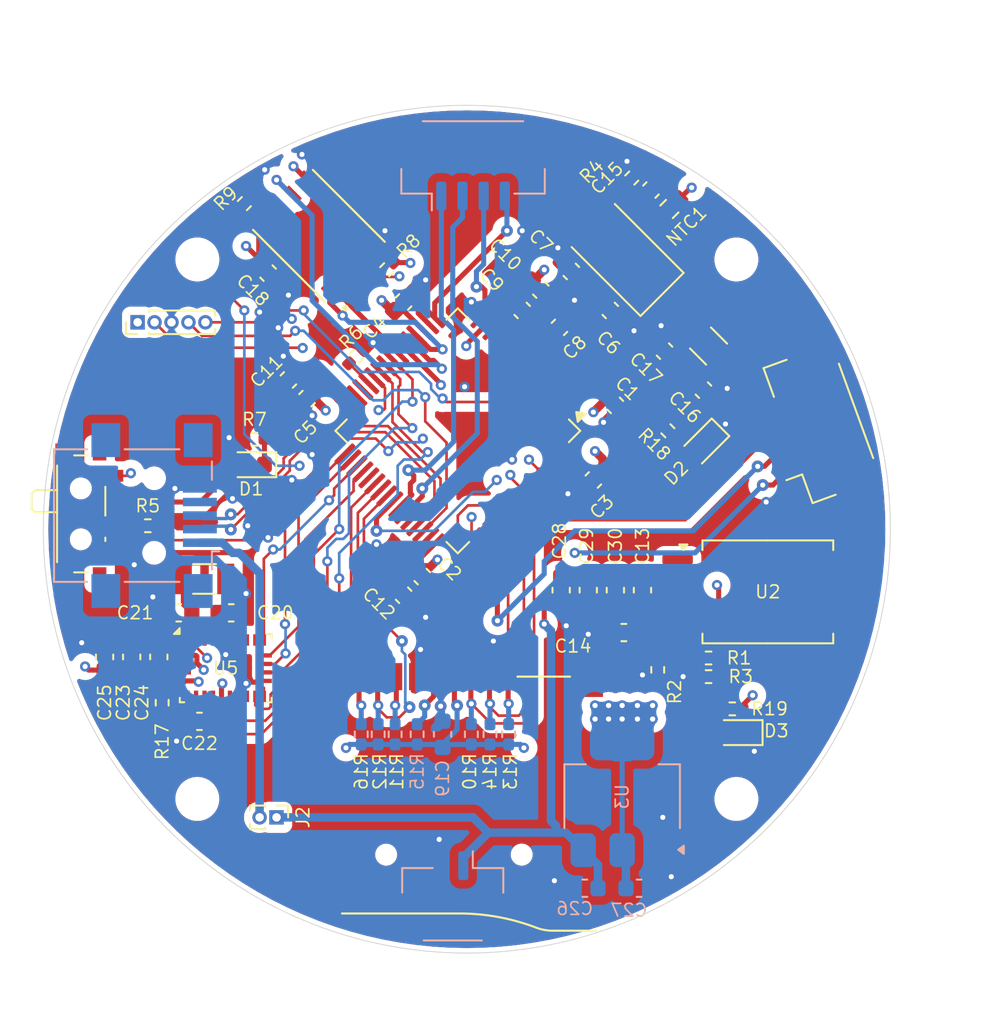
<source format=kicad_pcb>
(kicad_pcb (version 20240108) (generator "pcbnew") (generator_version "8.0")
  (layers (0 "F.Cu" jumper) (1 "In1.Cu" power) (2 "In2.Cu" signal) (3 "In3.Cu" power) (4 "In4.Cu" power) (31 "B.Cu" jumper) (34 "B.Paste" user) (35 "F.Paste" user) (36 "B.SilkS" user "B.Silkscreen") (37 "F.SilkS" user "F.Silkscreen") (38 "B.Mask" user) (39 "F.Mask" user) (44 "Edge.Cuts" user))
  (net 0 "")
  (net 1 "GND")
  (net 2 "Net-(U1-PH0-OSC_IN)")
  (net 3 "Net-(U1-PH1-OSC_OUT)")
  (net 4 "NRST")
  (net 5 "Net-(U1-VCAP1)")
  (net 6 "Net-(U1-VCAP2)")
  (net 7 "+5V")
  (net 8 "Net-(U2-Vout)")
  (net 9 "/TEMPERATURE_NTC")
  (net 10 "Net-(U1-PC14-OSC32_IN)")
  (net 11 "Net-(U1-PC15-OSC32_OUT)")
  (net 12 "+3V3")
  (net 13 "Net-(U5-XOUT32)")
  (net 14 "Net-(U5-XIN32)")
  (net 15 "Net-(U5-CAP)")
  (net 16 "Net-(D1-K)")
  (net 17 "Net-(D1-A)")
  (net 18 "USB_D-")
  (net 21 "Net-(J1-VBUS)")
  (net 22 "USB_D+")
  (net 26 "/TIM1_CH1")
  (net 27 "/TIM4_CH1")
  (net 28 "/TIM2_CH1")
  (net 29 "/TIM3_CH1")
  (net 30 "/USART_1_RX")
  (net 31 "/USART_2_RX")
  (net 32 "/USART_2_TX")
  (net 33 "/USART_1_TX")
  (net 34 "SWCLK")
  (net 35 "SWDIO")
  (net 36 "/SD_CARD_CD")
  (net 37 "/SDIO_CMD")
  (net 38 "/SDIO_CLK")
  (net 39 "/SDIO_D1")
  (net 40 "/SDIO_D0")
  (net 41 "/SDIO_D2")
  (net 42 "/SDIO_D3")
  (net 43 "/BAROMETR_OUT")
  (net 44 "BOOT0")
  (net 45 "BOOT1")
  (net 46 "/FLASH_WP")
  (net 47 "/FLASH_HOLD")
  (net 48 "Net-(U5-~{BOOT_LOAD_PIN})")
  (net 49 "Net-(D2-A)")
  (net 50 "/SPI_2_SCLK")
  (net 51 "Net-(D3-A)")
  (net 52 "/PB8")
  (net 53 "/PB9")
  (net 54 "/PC1")
  (net 55 "/SPI_1_MISO")
  (net 56 "/BNO_08x_RST")
  (net 57 "/BNO_08x_INT")
  (net 58 "/PB15")
  (net 59 "/BNO_08x_CS")
  (net 60 "/SPI_1_CS")
  (net 61 "/SPI_1_SCK")
  (net 62 "/PC6")
  (net 63 "/BNO_08x_PS0_WEAK")
  (net 64 "/PB14")
  (net 65 "/PB11")
  (net 66 "/SPI_2_MISO")
  (net 67 "/SPI_2_MOSI")
  (net 68 "/PC0")
  (net 69 "/PB3")
  (net 70 "/SPI_1_MOSI")
  (net 85 "/PB10")
  (net 86 "/PB7")
  (net 87 "Net-(U1-PC13_(RTC_AF1))")
  (footprint "Capacitor_SMD:C_0603_1608Metric" (layer "F.Cu") (at 161.4 88.6 -45)
    (property "Reference" "C6")
    (property "Value" "15p")
  )
  (footprint "Capacitor_SMD:C_0603_1608Metric" (layer "F.Cu") (at 160.1 105.1 90)
    (property "Reference" "C29")
    (property "Value" "2.2u")
  )
  (footprint "Capacitor_SMD:C_0603_1608Metric" (layer "F.Cu") (at 142.4 92.7 -135)
    (property "Reference" "C11")
    (property "Value" "2.2u")
  )
  (footprint "Capacitor_SMD:C_0603_1608Metric" (layer "F.Cu") (at 133.15 109.0375 90)
    (property "Reference" "C23")
    (property "Value" "100n")
  )
  (footprint "Capacitor_SMD:C_0603_1608Metric" (layer "F.Cu") (at 141.2 86.4 -45)
    (property "Reference" "C18")
    (property "Value" "100n")
  )
  (footprint "Capacitor_SMD:C_0603_1608Metric" (layer "F.Cu") (at 143.5 93.8 45)
    (property "Reference" "C5")
    (property "Value" "2.2u")
  )
  (footprint "Package_LGA:LGA-28_5.2x3.8mm_P0.5mm" (layer "F.Cu") (at 138.7 109.7)
    (property "Reference" "U5")
    (property "Value" "BNO055")
  )
  (footprint "Resistor_SMD:R_0402_1005Metric_Pad0.72x0.64mm_HandSolder" (layer "F.Cu") (at 167.2 109.1 180)
    (property "Reference" "R1")
    (property "Value" "170")
  )
  (footprint "LED_SMD:LED_0603_1608Metric" (layer "F.Cu") (at 166.856847 96.543153 -135)
    (property "Reference" "D2")
    (property "Value" "BLU")
  )
  (footprint "Connector_JST:JST_GH_SM04B-GHS-TB_1x04-1MP_P1.25mm_Horizontal" (layer "F.Cu") (at 173.5 95.4 110)
    (property "Reference" "J6" (hide yes))
    (property "Value" "PWM")
  )
  (footprint "Resistor_SMD:R_0402_1005Metric_Pad0.72x0.64mm_HandSolder" (layer "F.Cu") (at 164.8 95.7 135)
    (property "Reference" "R18")
    (property "Value" "2k2")
  )
  (footprint "Capacitor_SMD:C_0603_1608Metric" (layer "F.Cu") (at 160.4 98.6 45)
    (property "Reference" "C3")
    (property "Value" "2.2u")
  )
  (footprint "Capacitor_SMD:C_0603_1608Metric" (layer "F.Cu") (at 161.7 105.1 90)
    (property "Reference" "C30")
    (property "Value" "2.2u")
  )
  (footprint "Capacitor_SMD:C_0603_1608Metric" (layer "F.Cu") (at 164.6 91 135)
    (property "Reference" "C17")
    (property "Value" "24p")
  )
  (footprint "Capacitor_SMD:C_0603_1608Metric" (layer "F.Cu") (at 137.15 112.8375)
    (property "Reference" "C22")
    (property "Value" "100n")
  )
  (footprint "Capacitor_SMD:C_0603_1608Metric" (layer "F.Cu") (at 156.2 88.6 135)
    (property "Reference" "C9")
    (property "Value" "2.2u")
  )
  (footprint "Capacitor_SMD:C_0603_1608Metric" (layer "F.Cu") (at 158.4 89.6 -135)
    (property "Reference" "C8")
    (property "Value" "100n")
  )
  (footprint "Connector_PinHeader_1.00mm:PinHeader_1x05_P1.00mm_Vertical" (layer "F.Cu") (at 133.5 89.3 90)
    (property "Reference" "P1" (hide yes))
    (property "Value" "SWD")
  )
  (footprint "Capacitor_SMD:C_0603_1608Metric" (layer "F.Cu") (at 159.1 86.3 135)
    (property "Reference" "C7")
    (property "Value" "15p")
  )
  (footprint "MountingHole:MountingHole_2.2mm_M2" (layer "F.Cu") (at 168.843488 117.41315)
    (property "Reference" "H1" (hide yes))
    (property "Value" "MountingHole")
  )
  (footprint "Package_QFP:LQFP-64_10x10mm_P0.5mm" (layer "F.Cu") (at 152.4 95.7 -135)
    (property "Reference" "U1" (hide yes))
    (property "Value" "STM32F405RGT6")
  )
  (footprint "Resistor_SMD:R_0603_1608Metric" (layer "F.Cu") (at 164.888944 82.617229 -135)
    (property "Reference" "NTC1")
    (property "Value" "NTC 10k")
  )
  (footprint "Resistor_SMD:R_0402_1005Metric_Pad0.72x0.64mm_HandSolder" (layer "F.Cu") (at 164.2 109.8 90)
    (property "Reference" "R2")
    (property "Value" "51k")
  )
  (footprint "Resistor_SMD:R_0402_1005Metric_Pad0.72x0.64mm_HandSolder" (layer "F.Cu") (at 167.2 110.2)
    (property "Reference" "R3")
    (property "Value" "330")
  )
  (footprint "Capacitor_SMD:C_0603_1608Metric" (layer "F.Cu") (at 150.3 104.3 135)
    (property "Reference" "C2")
    (property "Value" "2.2u")
  )
  (footprint "Resistor_SMD:R_0402_1005Metric_Pad0.72x0.64mm_HandSolder" (layer "F.Cu") (at 148.2 86.2 45)
    (property "Reference" "R8")
    (property "Value" "10k")
  )
  (footprint "Capacitor_SMD:C_0603_1608Metric" (layer "F.Cu") (at 157.3 87.4 135)
    (property "Reference" "C10")
    (property "Value" "2.2u")
  )
  (footprint "MountingHole:MountingHole_2.2mm_M2" (layer "F.Cu") (at 137.023683 85.593345)
    (property "Reference" "H4" (hide yes))
    (property "Value" "MountingHole")
  )
  (footprint "Crystal:Crystal_SMD_3215-2Pin_3.2x1.5mm" (layer "F.Cu") (at 167.199999 90.7 -45)
    (property "Reference" "Y1" (hide yes))
    (property "Value" "32.768")
  )
  (footprint "Capacitor_SMD:C_0603_1608Metric" (layer "F.Cu") (at 149.2 88.1 -135)
    (property "Reference" "C4")
    (property "Value" "2.2u")
  )
  (footprint "Button_Switch_SMD:SW_SPDT_PCM12" (layer "F.Cu") (at 130.475 100.6 -90)
    (property "Reference" "SW1" (hide yes))
    (property "Value" "SW_SPDT")
  )
  (footprint "Capacitor_SMD:C_0603_1608Metric_Pad1.08x0.95mm_HandSolder" (layer "F.Cu") (at 162.2 107.6 180)
    (property "Reference" "C14")
    (property "Value" "47p")
  )
  (footprint "Resistor_SMD:R_0402_1005Metric_Pad0.72x0.64mm_HandSolder" (layer "F.Cu") (at 134.95 111.7375 -90)
    (property "Reference" "R17")
    (property "Value" "10k")
  )
  (footprint "Capacitor_SMD:C_0603_1608Metric" (layer "F.Cu") (at 135.925 106.4375 180)
    (property "Reference" "C21")
    (property "Value" "22p")
  )
  (footprint "Resistor_SMD:R_0402_1005Metric_Pad0.72x0.64mm_HandSolder" (layer "F.Cu") (at 146.4 91.3 45)
    (property "Reference" "R6")
    (property "Value" "10k")
  )
  (footprint "Resistor_SMD:R_0402_1005Metric_Pad0.72x0.64mm_HandSolder" (layer "F.Cu") (at 134.1 101.3)
    (property "Reference" "R5")
    (property "Value" "10k")
  )
  (footprint "ST-TF-003A_footprint:SUNTECH_ST-TF-003A" (layer "F.Cu") (at 151.85 115.53)
    (property "Reference" "P2" (hide yes))
    (property "Value" "ST-TF-003A")
  )
  (footprint "Crystal:Crystal_SMD_3215-2Pin_3.2x1.5mm" (layer "F.Cu") (at 137.45 104.4375 180)
    (property "Reference" "Y2" (hide yes))
    (property "Value" "32.768")
  )
  (footprint "Capacitor_SMD:C_0603_1608Metric" (layer "F.Cu") (at 163.8 81.5 45)
    (property "Reference" "C15")
    (property "Value" "2.2u")
  )
  (footprint "Resistor_SMD:R_0402_1005Metric_Pad0.72x0.64mm_HandSolder" (layer "F.Cu") (at 162.668629 80.792893 45)
    (property "Reference" "R4")
    (property "Value" "10k")
  )
  (footprint "Connector_PinHeader_1.00mm:PinHeader_1x02_P1.00mm_Vertical" (layer "F.Cu") (at 141.7 118.5 -90)
    (property "Reference" "J2")
    (property "Value" "power_jumper")
  )
  (footprint "LED_SMD:LED_0603_1608Metric" (layer "F.Cu") (at 168.9025 113.5 180)
    (property "Reference" "D3")
    (property "Value" "BLU")
  )
  (footprint "Resistor_SMD:R_0402_1005Metric_Pad0.72x0.64mm_HandSolder" (layer "F.Cu") (at 139.8 82.3 -135)
    (property "Reference" "R9")
    (property "Value" "10k")
  )
  (footprint "Capacitor_SMD:C_0603_1608Metric" (layer "F.Cu") (at 163.3 105.1 90)
    (property "Reference" "C13")
    (property "Value" "100n")
  )
  (footprint "Crystal:Crystal_SMD_5032-2Pin_5.0x3.2mm" (layer "F.Cu") (at 162.3 85.5 135)
    (property "Reference" "X1" (hide yes))
    (property "Value" "8MHz 10ppm (X50328MSB2GI)")
  )
  (footprint "MountingHole:MountingHole_2.2mm_M2" (layer "F.Cu") (at 168.843488 85.593345)
    (property "Reference" "H3" (hide yes))
    (property "Value" "MountingHole")
  )
  (footprint "Capacitor_SMD:C_0603_1608Metric" (layer "F.Cu") (at 131.55 109.0375 -90)
    (property "Reference" "C25")
    (property "Value" "2.2u")
  )
  (footprint "Capacitor_SMD:C_0603_1608Metric" (layer "F.Cu") (at 158.5 105.1 90)
    (property "Reference" "C28")
    (property "Value" "2.2u")
  )
  (footprint "Capacitor_SMD:C_0603_1608Metric" (layer "F.Cu") (at 139.025 106.4375)
    (property "Reference" "C20")
    (property "Value" "22p")
  )
  (footprint "MountingHole:MountingHole_2.2mm_M2" (layer "F.Cu") (at 137.023683 117.41315)
    (property "Reference" "H2" (hide yes))
    (property "Value" "MountingHole")
  )
  (footprint "Package_SO:SOIC-8_7.5x5.85mm_P1.27mm" (layer "F.Cu") (at 170.7 105.2)
    (property "Reference" "U2")
    (property "Value" "MPXHZ6130")
  )
  (footprint "Resistor_SMD:R_0402_1005Metric_Pad0.72x0.64mm_HandSolder" (layer "F.Cu") (at 168.6025 112.1)
    (property "Reference" "R19")
    (property "Value" "2k2")
  )
  (footprint "Capacitor_SMD:C_0603_1608Metric" (layer "F.Cu") (at 166.9 93.3 -45)
    (property "Reference" "C16")
    (property "Value" "24p")
  )
  (footprint "Resistor_SMD:R_0402_1005Metric_Pad0.72x0.64mm_HandSolder" (layer "F.Cu") (at 140.3975 96.2)
    (property "Reference" "R7")
    (property "Value" "1k")
  )
  (footprint "LED_SMD:LED_0603_1608Metric" (layer "F.Cu") (at 140.200001 97.7 180)
    (property "Reference" "D1")
    (property "Value" "RED")
  )
  (footprint "Capacitor_SMD:C_0603_1608Metric" (layer "F.Cu") (at 161.7 94.2 135)
    (property "Reference" "C1")
    (property "Value" "2.2u")
  )
  (footprint "Capacitor_SMD:C_0603_1608Metric" (layer "F.Cu") (at 134.75 109.0375 90)
    (property "Reference" "C24")
    (property "Value" "100n")
  )
  (footprint "IS25LP064A-JKLE_footprint:SON127P500X600X80-9N" (layer "F.Cu") (at 144.2 84.2 135)
    (property "Reference" "U4" (hide yes))
    (property "Value" "IS25LP064A-JKLE")
  )
  (footprint "Capacitor_SMD:C_0603_1608Metric" (layer "F.Cu") (at 149.2 105.4 -45)
    (property "Reference" "C12")
    (property "Value" "2.2u")
  )
  (footprint "Connector_JST:JST_GH_SM02B-GHS-TB_1x02-1MP_P1.25mm_Horizontal" (layer "B.Cu") (at 152.1 123.2 180)
    (property "Reference" "J3" (hide yes))
    (property "Value" "VIN")
  )
  (footprint "Resistor_SMD:R_0402_1005Metric_Pad0.72x0.64mm_HandSolder" (layer "B.Cu") (at 147.7 113.6 -90)
    (property "Reference" "R12")
    (property "Value" "10k")
  )
  (footprint "Package_TO_SOT_SMD:SOT-223-3_TabPin2" (layer "B.Cu") (at 162.1 117.279999 90)
    (property "Reference" "U3")
    (property "Value" "AMS1117-3.3")
  )
  (footprint "Resistor_SMD:R_0402_1005Metric_Pad0.72x0.64mm_HandSolder" (layer "B.Cu") (at 148.7 113.6 -90)
    (property "Reference" "R11")
    (property "Value" "10k")
  )
  (footprint "Resistor_SMD:R_0402_1005Metric_Pad0.72x0.64mm_HandSolder" (layer "B.Cu") (at 150 113.6 -90)
    (property "Reference" "R15")
    (property "Value" "10k")
  )
  (footprint "Resistor_SMD:R_0402_1005Metric_Pad0.72x0.64mm_HandSolder" (layer "B.Cu") (at 155.4 113.6 -90)
    (property "Reference" "R13")
    (property "Value" "10k")
  )
  (footprint "Capacitor_SMD:C_0603_1608Metric" (layer "B.Cu") (at 163.100001 122.679999 180)
    (property "Reference" "C27")
    (property "Value" "2.2u")
  )
  (footprint "Resistor_SMD:R_0402_1005Metric_Pad0.72x0.64mm_HandSolder" (layer "B.Cu") (at 154.3 113.6 -90)
    (property "Reference" "R14")
    (property "Value" "10k")
  )
  (footprint "Connector_JST:JST_GH_SM04B-GHS-TB_1x04-1MP_P1.25mm_Horizontal" (layer "B.Cu") (at 153.3 80)
    (property "Reference" "J7" (hide yes))
    (property "Value" "PWM")
  )
  (footprint "Capacitor_SMD:C_0603_1608Metric" (layer "B.Cu") (at 159.9 122.68)
    (property "Reference" "C26")
    (property "Value" "2.2u")
  )
  (footprint "Resistor_SMD:R_0402_1005Metric_Pad0.72x0.64mm_HandSolder" (layer "B.Cu") (at 146.7 113.6 -90)
    (property "Reference" "R16")
    (property "Value" "10k")
  )
  (footprint "Capacitor_SMD:C_0603_1608Metric" (layer "B.Cu") (at 151.5 113.6 90)
    (property "Reference" "C19")
    (property "Value" "100n")
  )
  (footprint "Resistor_SMD:R_0402_1005Metric_Pad0.72x0.64mm_HandSolder" (layer "B.Cu") (at 153.2 113.6 -90)
    (property "Reference" "R10")
    (property "Value" "10k")
  )
  (footprint "Connector_USB:USB_Mini-B_Lumberg_2486_01_Horizontal" (layer "B.Cu") (at 134.475001 100.7 90)
    (property "Reference" "J1" (hide yes))
    (property "Value" "USB_B_Micro")
  )
  (gr_circle (center 152.933586 101.503248) (end 177.933586 101.503248) (stroke (width 0.05)) (fill none) (layer "Edge.Cuts"))
  (segment (start 141.748008 87.048008) (end 142.4 87.7) (width 0.3) (layer "F.Cu") (net 1))
  (segment (start 132.55 102.85) (end 133.3 103.6) (width 0.3) (layer "F.Cu") (net 1))
  (segment (start 135.15 106.4375) (end 135.15 106.25) (width 0.3) (layer "F.Cu") (net 1))
  (segment (start 165.335 105.875) (end 165.375 105.835) (width 0.3) (layer "F.Cu") (net 1))
  (segment (start 159.851992 98.555798) (end 159.851992 99.148008) (width 0.3) (layer "F.Cu") (net 1))
  (segment (start 140.05 110.45) (end 139.9 110.6) (width 0.1565) (layer "F.Cu") (net 1))
  (segment (start 162.523672 79.802944) (end 162.385786 79.802944) (width 0.3) (layer "F.Cu") (net 1))
  (segment (start 140.95 110.8685) (end 140.6815 110.6) (width 0.1565) (layer "F.Cu") (net 1))
  (segment (start 138.45 108.0375) (end 138.45 108.65) (width 0.1565) (layer "F.Cu") (net 1))
  (segment (start 149.87 108.93) (end 150.2 108.6) (width 0.3) (layer "F.Cu") (net 1))
  (segment (start 167.513694 95.986306) (end 168.2 95.3) (width 0.1565) (layer "F.Cu") (net 1))
  (segment (start 166.602499 110.2) (end 165.7 110.199999) (width 0.3) (layer "F.Cu") (net 1))
  (segment (start 143.348008 94.348008) (end 143.8 94.8) (width 0.5) (layer "F.Cu") (net 1))
  (segment (start 149.748008 105.948008) (end 150.848008 104.848008) (width 0.5) (layer "F.Cu") (net 1))
  (segment (start 158.5 105.875) (end 158.5 106.9) (width 0.3) (layer "F.Cu") (net 1))
  (segment (start 131.905 102.85) (end 132.55 102.85) (width 0.3) (layer "F.Cu") (net 1))
  (segment (start 141.851992 93.248008) (end 142.951992 94.348008) (width 0.3) (layer "F.Cu") (net 1))
  (segment (start 161.948008 89.148008) (end 162.348008 89.148008) (width 0.3) (layer "F.Cu") (net 1))
  (segment (start 136.375 112.8375) (end 136.375 113.425) (width 0.3) (layer "F.Cu") (net 1))
  (segment (start 131.55 108.2625) (end 130.2625 108.2625) (width 0.3) (layer "F.Cu") (net 1))
  (segment (start 163.672721 80.951992) (end 164.348008 80.951992) (width 0.3) (layer "F.Cu") (net 1))
  (segment (start 161.948008 89.148008) (end 162.148008 89.148008) (width 0.5) (layer "F.Cu") (net 1))
  (segment (start 149.748008 105.948008) (end 150.5 106.7) (width 0.5) (layer "F.Cu") (net 1))
  (segment (start 142.951992 94.348008) (end 143.348008 94.348008) (width 0.5) (layer "F.Cu") (net 1))
  (segment (start 138.45 108.65) (end 138.7 108.9) (width 0.1565) (layer "F.Cu") (net 1))
  (segment (start 149.87 110.2) (end 149.87 108.93) (width 0.3) (layer "F.Cu") (net 1))
  (segment (start 136.95 108.95) (end 137 109) (width 0.3) (layer "F.Cu") (net 1))
  (segment (start 164.051993 90.451992) (end 164.051992 89.948008) (width 0.3) (layer "F.Cu") (net 1))
  (segment (start 159.851992 99.148008) (end 159.165284 99.148008) (width 0.5) (layer "F.Cu") (net 1))
  (segment (start 131.55 108.2625) (end 134.75 108.2625) (width 0.3) (layer "F.Cu") (net 1))
  (segment (start 167.413694 95.986306) (end 167.513694 95.986306) (width 0.1565) (layer "F.Cu") (net 1))
  (segment (start 140.6815 110.6) (end 139.9 110.6) (width 0.1565) (layer "F.Cu") (net 1))
  (segment (start 158.551992 85.151992) (end 158.308885 84.908885) (width 0.5) (layer "F.Cu") (net 1))
  (segment (start 139.8 105.4) (end 139.9 105.3) (width 0.3) (layer "F.Cu") (net 1))
  (segment (start 141.748008 86.948008) (end 141.748008 87.048008) (width 0.3) (layer "F.Cu") (net 1))
  (segment (start 163.3 110.1) (end 163.5975 110.3975) (width 0.3) (layer "F.Cu") (net 1))
  (segment (start 157.848007 87.951992) (end 158.948007 89.051992) (width 0.3) (layer "F.Cu") (net 1))
  (segment (start 161.337499 107.6) (end 160.2 107.6) (width 0.3) (layer "F.Cu") (net 1))
  (segment (start 140.95 111.3625) (end 140.95 110.8685) (width 0.1565) (layer "F.Cu") (net 1))
  (segment (start 167.448008 93.848007) (end 167.851992 93.848008) (width 0.3) (layer "F.Cu") (net 1))
  (segment (start 136.3125 108.95) (end 135.4375 108.95) (width 0.3) (layer "F.Cu") (net 1))
  (segment (start 149.748008 87.551992) (end 150.5 86.8) (width 0.5) (layer "F.Cu") (net 1))
  (segment (start 159.286708 88.713292) (end 158.948008 89.051992) (width 0.5) (layer "F.Cu") (net 1))
  (segment (start 150.064342 87.868326) (end 149.748008 87.551992) (width 0.3) (layer "F.Cu") (net 1))
  (segment (start 169.690001 114.387501) (end 169.9025 114.6) (width 0.3) (layer "F.Cu") (net 1))
  (segment (start 158.710928 97.414734) (end 159.851992 98.555798) (width 0.3) (layer "F.Cu") (net 1))
  (segment (start 135.4375 108.95) (end 134.75 108.2625) (width 0.3) (layer "F.Cu") (net 1))
  (segment (start 147.537544 84.843467) (end 147.537544 84.462456) (width 0.3) (layer "F.Cu") (net 1))
  (segment (start 159.165284 99.148008) (end 158.9 99.413292) (width 0.5) (layer "F.Cu") (net 1))
  (segment (start 162.248008 94.748008) (end 161.451992 94.748008) (width 0.5) (layer "F.Cu") (net 1))
  (segment (start 147.537544 84.462456) (end 148.1 83.9) (width 0.3) (layer "F.Cu") (net 1))
  (segment (start 159.286708 88) (end 159.286708 88.713292) (width 0.5) (layer "F.Cu") (net 1))
  (segment (start 162.148008 89.148008) (end 162.8 89.8) (width 0.5) (layer "F.Cu") (net 1))
  (segment (start 139.8 106.4375) (end 139.8 105.4) (width 0.3) (layer "F.Cu") (net 1))
  (segment (start 146.822496 90.877504) (end 147.022496 90.877504) (width 0.3) (layer "F.Cu") (net 1))
  (segment (start 136.3125 108.95) (end 136.95 108.95) (width 0.3) (layer "F.Cu") (net 1))
  (segment (start 155.175394 90.449732) (end 156.477118 89.148008) (width 0.3) (layer "F.Cu") (net 1))
  (segment (start 139.8 96.2) (end 138.997056 96.2) (width 0.3) (layer "F.Cu") (net 1))
  (segment (start 150.685266 89.389072) (end 150.064342 88.768149) (width 0.3) (layer "F.Cu") (net 1))
  (segment (start 169.690001 113.5) (end 169.690001 114.387501) (width 0.3) (layer "F.Cu") (net 1))
  (segment (start 150.064342 88.768149) (end 150.064342 87.868326) (width 0.3) (layer "F.Cu") (net 1))
  (segment (start 157.848008 87.948007) (end 157.848007 87.951992) (width 0.3) (layer "F.Cu") (net 1))
  (segment (start 156.748008 89.148008) (end 156.748008 89.048008) (width 0.3) (layer "F.Cu") (net 1))
  (segment (start 158.551992 85.751992) (end 158.551992 85.151992) (width 0.5) (layer "F.Cu") (net 1))
  (segment (start 158.5 105.875) (end 165.335 105.875) (width 0.3) (layer "F.Cu") (net 1))
  (segment (start 141.0875 110.45) (end 140.05 110.45) (width 0.1565) (layer "F.Cu") (net 1))
  (segment (start 136.375 113.425) (end 135.8 114) (width 0.3) (layer "F.Cu") (net 1))
  (segment (start 160.2 107.6) (end 160.1 107.7) (width 0.3) (layer "F.Cu") (net 1))
  (segment (start 130.2625 108.2625) (end 130.2 108.2) (width 0.3) (layer "F.Cu") (net 1))
  (segment (start 167.651992 93.848008) (end 168.3 93.2) (width 0.5) (layer "F.Cu") (net 1))
  (segment (start 167.448008 93.848008) (end 167.651992 93.848008) (width 0.5) (layer "F.Cu") (net 1))
  (segment (start 156.748008 89.048008) (end 157.848008 87.948007) (width 0.3) (layer "F.Cu") (net 1))
  (segment (start 147.022496 90.877504) (end 147.4 90.5) (width 0.3) (layer "F.Cu") (net 1))
  (segment (start 158.5 106.9) (end 158.8 107.2) (width 0.3) (layer "F.Cu") (net 1))
  (segment (start 135.15 106.25) (end 134.4 105.5) (width 0.3) (layer "F.Cu") (net 1))
  (segment (start 137 109) (end 137 109.4) (width 0.3) (layer "F.Cu") (net 1))
  (segment (start 164.051992 90.451992) (end 164.051992 89.848008) (width 0.5) (layer "F.Cu") (net 1))
  (segment (start 163.5975 110.3975) (end 164.2 110.3975) (width 0.3) (layer "F.Cu") (net 1))
  (segment (start 156.477118 89.148008) (end 156.748008 89.148008) (width 0.3) (layer "F.Cu") (net 1))
  (segment (start 163.091125 80.370397) (end 162.523672 79.802944) (width 0.3) (layer "F.Cu") (net 1))
  (segment (start 161.451992 94.748008) (end 161 95.2) (width 0.5) (layer "F.Cu") (net 1))
  (segment (start 164.051992 89.848008) (end 164.4 89.5) (width 0.5) (layer "F.Cu") (net 1))
  (segment (start 163.091125 80.370397) (end 163.672721 80.951992) (width 0.3) (layer "F.Cu") (net 1))
  (segment (start 137 109.4) (end 137.4 109.8) (width 0.3) (layer "F.Cu") (net 1))
  (via (at 154.5 108.1) (size 0.6) (drill 0.3) (layers "F.Cu" "B.Cu") (net 1))
  (via (at 140.7 88.7) (size 0.6) (drill 0.3) (layers "F.Cu" "B.Cu") (net 1))
  (via (at 168.3 93.2) (size 0.6) (drill 0.3) (layers "F.Cu" "B.Cu") (net 1))
  (via (at 135.8 114) (size 0.6) (drill 0.3) (layers "F.Cu" "B.Cu") (net 1))
  (via (at 138.7 108.9) (size 0.6) (drill 0.3) (layers "F.Cu" "B.Cu") (net 1))
  (via (at 168.2 95.3) (size 0.6) (drill 0.3) (layers "F.Cu" "B.Cu") (net 1))
  (via (at 139.9 110.6) (size 0.6) (drill 0.3) (layers "F.Cu" "B.Cu") (net 1))
  (via (at 147.4 90.5) (size 0.6) (drill 0.3) (layers "F.Cu" "B.Cu") (net 1))
  (via (at 150.5 86.8) (size 0.6) (drill 0.3) (layers "F.Cu" "B.Cu") (net 1))
  (via (at 142.6 98.6) (size 0.6) (drill 0.3) (layers "F.Cu" "B.Cu") (net 1))
  (via (at 163.3 110.1) (size 0.6) (drill 0.3) (layers "F.Cu" "B.Cu") (net 1))
  (via (at 150.2 108.6) (size 0.7) (drill 0.3) (layers "F.Cu" "B.Cu") (net 1))
  (via (at 153.2 88.1) (size 0.6) (drill 0.3) (layers "F.Cu" "B.Cu") (net 1))
  (via (at 134.4 105.5) (size 0.6) (drill 0.3) (layers "F.Cu" "B.Cu") (net 1))
  (via (at 150.5 106.7) (size 0.6) (drill 0.3) (layers "F.Cu" "B.Cu") (net 1))
  (via (at 151.385737 111.942896) (size 0.7) (drill 0.3) (layers "F.Cu" "B.Cu") (net 1))
  (via (at 162.8 89.8) (size 0.6) (drill 0.3) (layers "F.Cu" "B.Cu") (net 1))
  (via (at 133.3 103.6) (size 0.6) (drill 0.3) (layers "F.Cu" "B.Cu") (net 1))
  (via (at 164.5 118.5) (size 0.6) (drill 0.3) (layers "F.Cu" "B.Cu") (net 1))
  (via (at 142.4 87.7) (size 0.6) (drill 0.3) (layers "F.Cu" "B.Cu") (net 1))
  (via (at 159.286708 88) (size 0.6) (drill 0.3) (layers "F.Cu" "B.Cu") (net 1))
  (via (at 130.2 108.2) (size 0.6) (drill 0.3) (layers "F.Cu" "B.Cu") (net 1))
  (via (at 158.9 99.413292) (size 0.6) (drill 0.3) (layers "F.Cu" "B.Cu") (net 1))
  (via (at 156.2 83.9) (size 0.6) (drill 0.3) (layers "F.Cu" "B.Cu") (net 1))
  (via (at 165 122) (size 0.6) (drill 0.3) (layers "F.Cu" "B.Cu") (net 1))
  (via (at 141.2 102) (size 0.6) (drill 0.3) (layers "F.Cu" "B.Cu") (net 1))
  (via (at 139.1 99.7) (size 0.6) (drill 0.3) (layers "F.Cu" "B.Cu") (net 1))
  (via (at 148.1 83.9) (size 0.6) (drill 0.3) (layers "F.Cu" "B.Cu") (net 1))
  (via (at 158.308885 84.908885) (size 0.6) (drill 0.3) (layers "F.Cu" "B.Cu") (net 1))
  (via (at 141.8 89.62175) (size 0.6) (drill 0.3) (layers "F.Cu" "B.Cu") (net 1))
  (via (at 138.9 96.102944) (size 0.6) (drill 0.3) (layers "F.Cu" "B.Cu") (net 1))
  (via (at 164.4 89.5) (size 0.6) (drill 0.3) (layers "F.Cu" "B.Cu") (net 1))
  (via (at 135.7 99.1) (size 0.6) (drill 0.3) (layers "F.Cu" "B.Cu") (net 1))
  (via (at 158.8 107.2) (size 0.6) (drill 0.3) (layers "F.Cu" "B.Cu") (net 1))
  (via (at 152.8 93.1) (size 0.6) (drill 0.3) (layers "F.Cu" "B.Cu") (net 1))
  (via (at 137.4 109.8) (size 0.6) (drill 0.3) (layers "F.Cu" "B.Cu") (net 1))
  (via (at 155.6 97.4) (size 0.6) (drill 0.3) (layers "F.Cu" "B.Cu") (net 1))
  (via (at 143.2 79.4) (size 0.6) (drill 0.3) (layers "F.Cu" "B.Cu") (net 1))
  (via (at 142.6 89.1) (size 0.6) (drill 0.3) (layers "F.Cu" "B.Cu") (net 1))
  (via (at 141 80.3) (size 0.6) (drill 0.3) (layers "F.Cu" "B.Cu") (net 1))
  (via (at 161 95.2) (size 0.6) (drill 0.3) (layers "F.Cu" "B.Cu") (net 1))
  (via (at 151.3 119.8) (size 0.6) (drill 0.3) (layers "F.Cu" "B.Cu") (net 1))
  (via (at 162.385786 79.802944) (size 0.6) (drill 0.3) (layers "F.Cu" "B.Cu") (net 1))
  (via (at 143.8 97.1) (size 0.6) (drill 0.3) (layers "F.Cu" "B.Cu") (net 1))
  (via (at 147.6 102.4) (size 0.6) (drill 0.3) (layers "F.Cu" "B.Cu") (net 1))
  (via (at 158.1 122.235844) (size 0.6) (drill 0.3) (layers "F.Cu" "B.Cu") (net 1))
  (via (at 139.9 105.3) (size 0.6) (drill 0.3) (layers "F.Cu" "B.Cu") (net 1))
  (via (at 140 101.3) (size 0.6) (drill 0.3) (layers "F.Cu" "B.Cu") (net 1))
  (via (at 143.8 94.8) (size 0.6) (drill 0.3) (layers "F.Cu" "B.Cu") (net 1))
  (via (at 165.7 110.199999) (size 0.6) (drill 0.3) (layers "F.Cu" "B.Cu") (net 1))
  (via (at 142.1 91.3) (size 0.6) (drill 0.3) (layers "F.Cu" "B.Cu") (net 1))
  (via (at 169.9025 114.6) (size 0.6) (drill 0.3) (layers "F.Cu" "B.Cu") (net 1))
  (via (at 170.6 99.9) (size 0.6) (drill 0.3) (layers "F.Cu" "B.Cu") (net 1))
  (via (at 160.1 107.7) (size 0.6) (drill 0.3) (layers "F.Cu" "B.Cu") (net 1))
  (segment (start 164.4 120.429999) (end 164.4 118.6) (width 0.5) (layer "B.Cu") (net 1))
  (segment (start 137.175001 99.1) (end 135.7 99.1) (width 0.3) (layer "B.Cu") (net 1))
  (segment (start 164.4 118.6) (end 164.5 118.5) (width 0.5) (layer "B.Cu") (net 1))
  (segment (start 151.475 121.35) (end 151.475 119.975) (width 0.5) (layer "B.Cu") (net 1))
  (segment (start 158.544156 122.68) (end 158.1 122.235844) (width 0.5) (layer "B.Cu") (net 1))
  (segment (start 159.125 122.68) (end 158.544156 122.68) (width 0.5) (layer "B.Cu") (net 1))
  (segment (start 151.475 119.975) (end 151.3 119.8) (width 0.5) (layer "B.Cu") (net 1))
  (segment (start 151.5 112.057159) (end 151.5 112.625) (width 0.3) (layer "B.Cu") (net 1))
  (segment (start 163.875001 122.679999) (end 163.875001 120.954998) (width 0.5) (layer "B.Cu") (net 1))
  (segment (start 165 122) (end 164.555 122) (width 0.5) (layer "B.Cu") (net 1))
  (segment (start 164.555 122) (end 163.875001 122.679999) (width 0.5) (layer "B.Cu") (net 1))
  (segment (start 163.875 120.954997) (end 164.399999 120.43) (width 0.3) (layer "B.Cu") (net 1))
  (segment (start 163.875001 120.954998) (end 164.4 120.429999) (width 0.5) (layer "B.Cu") (net 1))
  (segment (start 151.385737 111.942896) (end 151.5 112.057159) (width 0.3) (layer "B.Cu") (net 1))
  (segment (start 161.403985 87.5) (end 162.916296 87.5) (width 0.3) (layer "F.Cu") (net 2))
  (segment (start 160.851992 88.051992) (end 160.851992 89.722882) (width 0.3) (layer "F.Cu") (net 2))
  (segment (start 160.851992 89.722882) (end 157.650268 92.924606) (width 0.3) (layer "F.Cu") (net 2))
  (segment (start 160.851992 88.051992) (end 161.403985 87.5) (width 0.3) (layer "F.Cu") (net 2))
  (segment (start 162.916296 87.5) (end 163.608148 86.808148) (width 0.3) (layer "F.Cu") (net 2))
  (segment (start 160.1 88.466726) (end 160.1 89.767766) (width 0.3) (layer "F.Cu") (net 3))
  (segment (start 160.991852 85.708148) (end 160.991852 84.191852) (width 0.3) (layer "F.Cu") (net 3))
  (segment (start 159.648008 86.848008) (end 160.1 87.3) (width 0.3) (layer "F.Cu") (net 3))
  (segment (start 160.1 87.672614) (end 159.936708 87.835906) (width 0.3) (layer "F.Cu") (net 3))
  (segment (start 159.936708 87.835906) (end 159.936708 88.303434) (width 0.3) (layer "F.Cu") (net 3))
  (segment (start 160.1 87.3) (end 160.1 87.672614) (width 0.3) (layer "F.Cu") (net 3))
  (segment (start 160.4 86.3) (end 160.991852 85.708148) (width 0.3) (layer "F.Cu") (net 3))
  (segment (start 159.936708 88.303434) (end 160.1 88.466726) (width 0.3) (layer "F.Cu") (net 3))
  (segment (start 159.648008 86.848008) (end 160.196016 86.3) (width 0.3) (layer "F.Cu") (net 3))
  (segment (start 160.196016 86.3) (end 160.4 86.3) (width 0.3) (layer "F.Cu") (net 3))
  (segment (start 160.1 89.767766) (end 157.296714 92.571052) (width 0.3) (layer "F.Cu") (net 3))
  (segment (start 151.500219 93.7937) (end 151.706519 94) (width 0.1565) (layer "F.Cu") (net 4))
  (segment (start 155.16066 94) (end 156.943161 92.217499) (width 0.1565) (layer "F.Cu") (net 4))
  (segment (start 157.851992 91.308668) (end 156.943161 92.217499) (width 0.3) (layer "F.Cu") (net 4))
  (segment (start 157.851992 90.148008) (end 157.851992 91.308668) (width 0.3) (layer "F.Cu") (net 4))
  (segment (start 151.706519 94) (end 155.16066 94) (width 0.1565) (layer "F.Cu") (net 4))
  (segment (start 141 89.3) (end 137.5 89.3) (width 0.1565) (layer "F.Cu") (net 4))
  (segment (start 143.3 88.6) (end 141.7 88.6) (width 0.1565) (layer "F.Cu") (net 4))
  (segment (start 141.7 88.6) (end 141 89.3) (width 0.1565) (layer "F.Cu") (net 4))
  (via (at 143.3 88.6) (size 0.6) (drill 0.3) (layers "F.Cu" "B.Cu") (net 4))
  (via (at 151.500219 93.7937) (size 0.6) (drill 0.3) (layers "F.Cu" "B.Cu") (net 4))
  (segment (start 150.82175 93.239519) (end 151.375931 93.7937) (width 0.1565) (layer "B.Cu") (net 4))
  (segment (start 151.375931 93.7937) (end 151.500219 93.7937) (width 0.1565) (layer "B.Cu") (net 4))
  (segment (start 150.12825 92.22825) (end 150.82175 92.92175) (width 0.1565) (layer "B.Cu") (net 4))
  (segment (start 150.82175 92.92175) (end 150.82175 93.239519) (width 0.1565) (layer "B.Cu") (net 4))
  (segment (start 143.3 88.8) (end 146.72825 92.22825) (width 0.1565) (layer "B.Cu") (net 4))
  (segment (start 143.3 88.6) (end 143.3 88.8) (width 0.1565) (layer "B.Cu") (net 4))
  (segment (start 146.72825 92.22825) (end 150.12825 92.22825) (width 0.1565) (layer "B.Cu") (net 4))
  (segment (start 142.948008 92.151992) (end 144.255798 92.151992) (width 0.3) (layer "F.Cu") (net 5))
  (segment (start 144.255798 92.151992) (end 146.089072 93.985266) (width 0.3) (layer "F.Cu") (net 5))
  (segment (start 150.064344 102.631852) (end 149.668147 102.631852) (width 0.3) (layer "F.Cu") (net 6))
  (segment (start 148.651992 103.648007) (end 148.651993 104.851992) (width 0.3) (layer "F.Cu") (net 6))
  (segment (start 149.668147 102.631852) (end 148.651992 103.648007) (width 0.3) (layer "F.Cu") (net 6))
  (segment (start 150.685266 102.010928) (end 150.064344 102.631852) (width 0.3) (layer "F.Cu") (net 6))
  (segment (start 165.375 104.565) (end 164.265 104.565) (width 0.3) (layer "F.Cu") (net 7))
  (segment (start 158.5 104.325) (end 157.5 105.325) (width 0.3) (layer "F.Cu") (net 7))
  (segment (start 164.265 104.565) (end 164.025 104.325) (width 0.3) (layer "F.Cu") (net 7))
  (segment (start 164.025 104.325) (end 158.5 104.325) (width 0.3) (layer "F.Cu") (net 7))
  (segment (start 157.5 105.325) (end 157.5 107.1) (width 0.3) (layer "F.Cu") (net 7))
  (via (at 157.5 107.1) (size 0.6) (drill 0.3) (layers "F.Cu" "B.Cu") (net 7))
  (segment (start 158.2 119.4) (end 158.770001 119.4) (width 0.5) (layer "B.Cu") (net 7))
  (segment (start 158.2 119) (end 158.2 119.4) (width 0.5) (layer "B.Cu") (net 7))
  (segment (start 160.675001 122.679999) (end 160.675001 121.305) (width 0.3) (layer "B.Cu") (net 7))
  (segment (start 157.9 118.7) (end 158.2 119) (width 0.5) (layer "B.Cu") (net 7))
  (segment (start 153.3 118.5) (end 154.2 119.4) (width 0.5) (layer "B.Cu") (net 7))
  (segment (start 154.2 119.4) (end 158.2 119.4) (width 0.5) (layer "B.Cu") (net 7))
  (segment (start 158.770001 119.4) (end 159.8 120.429999) (width 0.5) (layer "B.Cu") (net 7))
  (segment (start 160.675001 121.305) (end 159.799998 120.43) (width 0.3) (layer "B.Cu") (net 7))
  (segment (start 152.725 121.35) (end 152.725 120.875) (width 0.5) (layer "B.Cu") (net 7))
  (segment (start 157.5 107.1) (end 157.9 107.5) (width 0.5) (layer "B.Cu") (net 7))
  (segment (start 160.675 122.68) (end 160.675 121.304999) (width 0.5) (layer "B.Cu") (net 7))
  (segment (start 157.9 107.5) (end 157.9 118.7) (width 0.5) (layer "B.Cu") (net 7))
  (segment (start 152.725 120.875) (end 154.2 119.4) (width 0.5) (layer "B.Cu") (net 7))
  (segment (start 141.7 118.5) (end 153.3 118.5) (width 0.5) (layer "B.Cu") (net 7))
  (segment (start 160.675 121.304999) (end 159.8 120.429999) (width 0.5) (layer "B.Cu") (net 7))
  (segment (start 163.5 109.2025) (end 163.062501 108.765001) (width 0.3) (layer "F.Cu") (net 8))
  (segment (start 164.3025 109.1) (end 164.2 109.2025) (width 0.3) (layer "F.Cu") (net 8))
  (segment (start 163.062501 107.6) (end 163.600001 107.6) (width 0.3) (layer "F.Cu") (net 8))
  (segment (start 163.600001 107.6) (end 164.095 107.105) (width 0.3) (layer "F.Cu") (net 8))
  (segment (start 164.095 107.105) (end 165.375 107.105) (width 0.3) (layer "F.Cu") (net 8))
  (segment (start 166.6025 109.1) (end 164.3025 109.1) (width 0.3) (layer "F.Cu") (net 8))
  (segment (start 164.2 109.2025) (end 163.5 109.2025) (width 0.3) (layer "F.Cu") (net 8))
  (segment (start 163.062501 108.765001) (end 163.062501 107.6) (width 0.3) (layer "F.Cu") (net 8))
  (segment (start 155.017461 88.617461) (end 154.7 88.3) (width 0.1565) (layer "F.Cu") (net 9))
  (segment (start 163.078751 82.048008) (end 163.251992 82.048008) (width 0.3) (layer "F.Cu") (net 9))
  (segment (start 163.251992 82.048008) (end 164.305581 83.101597) (width 0.3) (layer "F.Cu") (net 9))
  (segment (start 155.017461 89.193451) (end 155.017461 88.617461) (width 0.1565) (layer "F.Cu") (net 9))
  (segment (start 154.7 88.3) (end 154.7 87.7) (width 0.1565) (layer "F.Cu") (net 9))
  (segment (start 162.246133 81.21539) (end 163.078751 82.048008) (width 0.3) (layer "F.Cu") (net 9))
  (segment (start 161.184611 81.215389) (end 162.246133 81.215389) (width 0.1565) (layer "F.Cu") (net 9))
  (segment (start 154.468287 89.742625) (end 155.017461 89.193451) (width 0.1565) (layer "F.Cu") (net 9))
  (segment (start 154.7 87.7) (end 161.184611 81.215389) (width 0.1565) (layer "F.Cu") (net 9))
  (segment (start 164.305581 83.101597) (end 164.305581 83.200592) (width 0.3) (layer "F.Cu") (net 9))
  (segment (start 164.451992 92.751992) (end 163.8 92.1) (width 0.3) (layer "F.Cu") (net 10))
  (segment (start 166.351992 92.751992) (end 164.451992 92.751992) (width 0.3) (layer "F.Cu") (net 10))
  (segment (start 166.915774 92.751992) (end 168.083883 91.583883) (width 0.3) (layer "F.Cu") (net 10))
  (segment (start 166.351992 92.751992) (end 166.915774 92.751992) (width 0.3) (layer "F.Cu") (net 10))
  (segment (start 163.8 92.1) (end 159.889087 92.1) (width 0.3) (layer "F.Cu") (net 10))
  (segment (start 159.889087 92.1) (end 158.357375 93.631713) (width 0.3) (layer "F.Cu") (net 10))
  (segment (start 159.733972 91.548008) (end 158.003821 93.278159) (width 0.3) (layer "F.Cu") (net 11))
  (segment (start 165.148008 91.548008) (end 165.148008 90.984226) (width 0.3) (layer "F.Cu") (net 11))
  (segment (start 165.148008 91.548008) (end 159.733972 91.548008) (width 0.3) (layer "F.Cu") (net 11))
  (segment (start 165.148008 90.984226) (end 166.316117 89.816117) (width 0.3) (layer "F.Cu") (net 11))
  (segment (start 156.848008 86.851992) (end 157.5 86.2) (width 0.5) (layer "F.Cu") (net 12))
  (segment (start 140.651992 85.851992) (end 140.651992 83.766997) (width 0.3) (layer "F.Cu") (net 12))
  (segment (start 152.356561 111.90543) (end 152.2 111.748869) (width 0.3) (layer "F.Cu") (net 12))
  (segment (start 149.751992 103.651308) (end 151.038819 102.364481) (width 0.3) (layer "F.Cu") (net 12))
  (segment (start 132.95 98.35) (end 131.66 98.35) (width 0.1565) (layer "F.Cu") (net 12))
  (segment (start 135.1125 109.45) (end 136.3125 109.45) (width 0.3) (layer "F.Cu") (net 12))
  (segment (start 134.75 109.8125) (end 135.1125 109.45) (width 0.3) (layer "F.Cu") (net 12))
  (segment (start 152.2 111.748869) (end 152.2 110.33) (width 0.3) (layer "F.Cu") (net 12))
  (segment (start 136.95 108.45) (end 137.6 109.1) (width 0.1565) (layer "F.Cu") (net 12))
  (segment (start 136.073 110.6895) (end 136.073 111.212) (width 0.3) (layer "F.Cu") (net 12))
  (segment (start 159.064481 94.338819) (end 160.2033 93.2) (width 0.3) (layer "F.Cu") (net 12))
  (segment (start 150.331713 89.742625) (end 149.237096 88.648009) (width 0.3) (layer "F.Cu") (net 12))
  (segment (start 155.651992 89.266028) (end 154.821841 90.096179) (width 0.3) (layer "F.Cu") (net 12))
  (segment (start 159.064481 97.061181) (end 160.055291 98.051992) (width 0.3) (layer "F.Cu") (net 12))
  (segment (start 138.45 111.3625) (end 138.45 110.65) (width 0.3) (layer "F.Cu") (net 12))
  (segment (start 160.2033 93.2) (end 160.7 93.2) (width 0.3) (layer "F.Cu") (net 12))
  (segment (start 144.048008 93.251992) (end 144.048008 93.948008) (width 0.5) (layer "F.Cu") (net 12))
  (segment (start 140.651992 83.766997) (end 140.862456 83.556533) (width 0.3) (layer "F.Cu") (net 12))
  (segment (start 131.55 109.8125) (end 134.75 109.8125) (width 0.3) (layer "F.Cu") (net 12))
  (segment (start 156.751992 86.851992) (end 156.848008 86.851992) (width 0.5) (layer "F.Cu") (net 12))
  (segment (start 136.95 108.0375) (end 136.95 108.45) (width 0.1565) (layer "F.Cu") (net 12))
  (segment (start 155.651992 88.051992) (end 155.651992 89.266028) (width 0.3) (layer "F.Cu") (net 12))
  (segment (start 138.45 110.65) (end 138.5 110.6) (width 0.3) (layer "F.Cu") (net 12))
  (segment (start 166.147595 81.358579) (end 166.204163 81.358579) (width 0.3) (layer "F.Cu") (net 12))
  (segment (start 140.651992 85.851992) (end 140.651992 85.551992) (width 0.3) (layer "F.Cu") (net 12))
  (segment (start 136.073 111.212) (end 134.95 112.335) (width 0.3) (layer "F.Cu") (net 12))
  (segment (start 160.948008 98.051992) (end 160.948008 97.348008) (width 0.5) (layer "F.Cu") (net 12))
  (segment (start 169.2 112.1) (end 169.2 111.9025) (width 0.3) (layer "F.Cu") (net 12))
  (segment (start 144.648692 93.251991) (end 145.735519 94.338819) (width 0.3) (layer "F.Cu") (net 12))
  (segment (start 160.055291 98.051992) (end 160.948008 98.051992) (width 0.3) (layer "F.Cu") (net 12))
  (segment (start 169.2 111.9025) (end 169.8025 111.3) (width 0.3) (layer "F.Cu") (net 12))
  (segment (start 161.151992 93.848008) (end 160.4 94.6) (width 0.5) (layer "F.Cu") (net 12))
  (segment (start 149.751992 103.751993) (end 149.751992 103.651308) (width 0.3) (layer "F.Cu") (net 12))
  (segment (start 149.751992 103.751992) (end 150.748008 103.751992) (width 0.5) (layer "F.Cu") (net 12))
  (segment (start 140.651992 85.551992) (end 139.9 84.8) (width 0.3) (layer "F.Cu") (net 12))
  (segment (start 131.55 109.8125) (end 130.6125 109.8125) (width 0.3) (layer "F.Cu") (net 12))
  (segment (start 148.622496 85.777504) (end 149.577504 85.777504) (width 0.3) (layer "F.Cu") (net 12))
  (segment (start 161.151992 93.651992) (end 161.151992 93.848008) (width 0.5) (layer "F.Cu") (net 12))
  (segment (start 155.651992 88.051992) (end 155.651993 87.951992) (width 0.3) (layer "F.Cu") (net 12))
  (segment (start 130.6125 109.8125) (end 130.4 109.6) (width 0.3) (layer "F.Cu") (net 12))
  (segment (start 137.05 110.45) (end 137.1 110.5) (width 0.3) (layer "F.Cu") (net 12))
  (segment (start 133.1 98.2) (end 132.95 98.35) (width 0.1565) (layer "F.Cu") (net 12))
  (segment (start 144.048008 93.948008) (end 144.6 94.5) (width 0.5) (layer "F.Cu") (net 12))
  (segment (start 152.2 110.33) (end 152.07 110.2) (width 0.3) (layer "F.Cu") (net 12))
  (segment (start 165.472308 82.033866) (end 166.147595 81.358579) (width 0.3) (layer "F.Cu") (net 12))
  (segment (start 148.548008 88.648008) (end 147.9 88) (width 0.5) (layer "F.Cu") (net 12))
  (segment (start 155.651993 87.951992) (end 156.751993 86.851992) (width 0.3) (layer "F.Cu") (net 12))
  (segment (start 150.748008 103.751992) (end 151.2 103.3) (width 0.5) (layer "F.Cu") (net 12))
  (segment (start 140.028419 82.722496) (end 140.862456 83.556533) (width 0.3) (layer "F.Cu") (net 12))
  (segment (start 136.3125 110.45) (end 136.073 110.6895) (width 0.3) (layer "F.Cu") (net 12))
  (segment (start 149.577504 85.777504) (end 149.6 85.8) (width 0.3) (layer "F.Cu") (net 12))
  (segment (start 148.651992 88.648008) (end 148.548008 88.648008) (width 0.5) (layer "F.Cu") (net 12))
  (segment (start 160.948008 97.348008) (end 160.5 96.9) (width 0.5) (layer "F.Cu") (net 12))
  (segment (start 139.377504 82.722496) (end 140.028419 82.722496) (width 0.3) (layer "F.Cu") (net 12))
  (segment (start 136.3125 110.45) (end 137.05 110.45) (width 0.3) (layer "F.Cu") (net 12))
  (segment (start 144.048008 93.251992) (end 144.648692 93.251991) (width 0.3) (layer "F.Cu") (net 12))
  (segment (start 160.7 93.2) (end 161.151992 93.651992) (width 0.3) (layer "F.Cu") (net 12))
  (segment (start 149.237096 88.648009) (end 148.651992 88.648009) (width 0.3) (layer "F.Cu") (net 12))
  (via (at 160.5 111.9) (size 0.6) (drill 0.3) (layers "F.Cu" "B.Cu") (net 12))
  (via (at 166.204163 81.358579) (size 0.6) (drill 0.3) (layers "F.Cu" "B.Cu") (net 12))
  (via (at 162.1 111.9) (size 0.6) (drill 0.3) (layers "F.Cu" "B.Cu") (net 12))
  (via (at 160.5 111.9) (size 0.6) (drill 0.3) (layers "F.Cu" "B.Cu") (net 12))
  (via (at 163.9 111.9) (size 0.6) (drill 0.3) (layers "F.Cu" "B.Cu") (net 12))
  (via (at 160.5 112.7) (size 0.6) (drill 0.3) (layers "F.Cu" "B.Cu") (net 12))
  (via (at 160.4 94.6) (size 0.6) (drill 0.3) (layers "F.Cu" "B.Cu") (net 12))
  (via (at 152.356561 111.90543) (size 0.7) (drill 0.3) (layers "F.Cu" "B.Cu") (net 12))
  (via (at 137.6 109.1) (size 0.6) (drill 0.3) (layers "F.Cu" "B.Cu") (net 12))
  (via (at 160.5 112.7) (size 0.6) (drill 0.3) (layers "F.Cu" "B.Cu") (net 12))
  (via (at 161.3 112.7) (size 0.6) (drill 0.3) (layers "F.Cu" "B.Cu") (net 12))
  (via (at 163 111.9) (size 0.6) (drill 0.3) (layers "F.Cu" "B.Cu") (net 12))
  (via (at 160.5 96.9) (size 0.6) (drill 0.3) (layers "F.Cu" "B.Cu") (net 12))
  (via (at 139.9 84.8) (size 0.6) (drill 0.3) (layers "F.Cu" "B.Cu") (net 12))
  (via (at 161.3 111.9) (size 0.6) (drill 0.3) (layers "F.Cu" "B.Cu") (net 12))
  (via (at 151.2 103.3) (size 0.6) (drill 0.3) (layers "F.Cu" "B.Cu") (net 12))
  (via (at 130.4 109.6) (size 0.6) (drill 0.3) (layers "F.Cu" "B.Cu") (net 12))
  (via (at 162.1 112.7) (size 0.6) (drill 0.3) (layers "F.Cu" "B.Cu") (net 12))
  (via (at 163.9 112.7) (size 0.6) (drill 0.3) (layers "F.Cu" "B.Cu") (net 12))
  (via (at 161.3 112.7) (size 0.6) (drill 0.3) (layers "F.Cu" "B.Cu") (net 12))
  (via (at 163.9 111.9) (size 0.6) (drill 0.3) (layers "F.Cu" "B.Cu") (net 12))
  (via (at 156.3 114.4) (size 0.6) (drill 0.3) (layers "F.Cu" "B.Cu") (net 12))
  (via (at 147.9 88) (size 0.6) (drill 0.3) (layers "F.Cu" "B.Cu") (net 12))
  (via (at 162.1 112.7) (size 0.6) (drill 0.3) (layers "F.Cu" "B.Cu") (net 12))
  (via (at 163 111.9) (size 0.6) (drill 0.3) (layers "F.Cu" "B.Cu") (net 12))
  (via (at 162.1 111.9) (size 0.6) (drill 0.3) (layers "F.Cu" "B.Cu") (net 12))
  (via (at 144.6 94.5) (size 0.6) (drill 0.3) (layers "F.Cu" "B.Cu") (net 12))
  (via (at 133.1 98.2) (size 0.6) (drill 0.3) (layers "F.Cu" "B.Cu") (net 12))
  (via (at 169.8025 111.3) (size 0.6) (drill 0.3) (layers "F.Cu" "B.Cu") (net 12))
  (via (at 149.6 85.8) (size 0.6) (drill 0.3) (layers "F.Cu" "B.Cu") (net 12))
  (via (at 161.3 111.9) (size 0.6) (drill 0.3) (layers "F.Cu" "B.Cu") (net 12))
  (via (at 145.8 114.4) (size 0.6) (drill 0.3) (layers "F.Cu" "B.Cu") (net 12))
  (via (at 157.5 86.2) (size 0.6) (drill 0.3) (layers "F.Cu" "B.Cu") (net 12))
  (via (at 163.9 112.7) (size 0.6) (drill 0.3) (layers "F.Cu" "B.Cu") (net 12))
  (via (at 138.5 110.6) (size 0.6) (drill 0.3) (layers "F.Cu" "B.Cu") (net 12))
  (via (at 137.1 110.5) (size 0.6) (drill 0.3) (layers "F.Cu" "B.Cu") (net 12))
  (via (at 163 112.7) (size 0.6) (drill 0.3) (layers "F.Cu" "B.Cu") (net 12))
  (via (at 163 112.7) (size 0.6) (drill 0.3) (layers "F.Cu" "B.Cu") (net 12))
  (segment (start 146.0025 114.1975) (end 146.7 114.1975) (width 0.3) (layer "B.Cu") (net 12))
  (segment (start 148.7 114.1975) (end 146.7 114.1975) (width 0.3) (layer "B.Cu") (net 12))
  (segment (start 156.0975 114.1975) (end 155.4 114.1975) (width 0.3) (layer "B.Cu") (net 12))
  (segment (start 145.8 114.4) (end 146.0025 114.1975) (width 0.3) (layer "B.Cu") (net 12))
  (segment (start 162.325 120.655) (end 162.099999 120.429999) (width 0.3) (layer "B.Cu") (net 12))
  (segment (start 162.325001 120.654999) (end 162.1 120.429998) (width 0.5) (layer "B.Cu") (net 12))
  (segment (start 162.099999 120.429999) (end 162.1 114.130001) (width 0.3) (layer "B.Cu") (net 12))
  (segment (start 153.2 114.1975) (end 151 114.1975) (width 0.3) (layer "B.Cu") (net 12))
  (segment (start 151.5 114.175) (end 152.356561 113.318439) (width 0.3) (layer "B.Cu") (net 12))
  (segment (start 156.3 114.4) (end 156.0975 114.1975) (width 0.3) (layer "B.Cu") (net 12))
  (segment (start 151 114.1975) (end 148.7 114.1975) (width 0.3) (layer "B.Cu") (net 12))
  (segment (start 152.356561 113.318439) (end 152.356561 111.90543) (width 0.3) (layer "B.Cu") (net 12))
  (segment (start 155.4 114.1975) (end 153.2 114.1975) (width 0.3) (layer "B.Cu") (net 12))
  (segment (start 162.325001 122.679999) (end 162.325001 120.654999) (width 0.5) (layer "B.Cu") (net 12))
  (segment (start 137.95 108.0375) (end 137.95 106.7375) (width 0.3) (layer "F.Cu") (net 13))
  (segment (start 138.699999 105.987501) (end 138.25 106.4375) (width 0.3) (layer "F.Cu") (net 13))
  (segment (start 137.95 106.7375) (end 138.25 106.4375) (width 0.3) (layer "F.Cu") (net 13))
  (segment (start 138.699999 104.4375) (end 138.699999 105.987501) (width 0.3) (layer "F.Cu") (net 13))
  (segment (start 137.45 107.1875) (end 136.7 106.4375) (width 0.3) (layer "F.Cu") (net 14))
  (segment (start 136.200001 104.4375) (end 136.200001 105.937501) (width 0.3) (layer "F.Cu") (net 14))
  (segment (start 137.45 108.0375) (end 137.45 107.1875) (width 0.3) (layer "F.Cu") (net 14))
  (segment (start 136.200001 105.937501) (end 136.7 106.4375) (width 0.3) (layer "F.Cu") (net 14))
  (segment (start 137.95 112.8125) (end 137.925 112.8375) (width 0.3) (layer "F.Cu") (net 15))
  (segment (start 137.95 111.3625) (end 137.95 112.8125) (width 0.3) (layer "F.Cu") (net 15))
  (segment (start 140.9875 97.7) (end 140.9875 96.1075) (width 0.3) (layer "F.Cu") (net 16))
  (segment (start 137.2125 99.9) (end 139.4125 97.7) (width 0.3) (layer "F.Cu") (net 17))
  (segment (start 131.66 101.35) (end 133.4525 101.35) (width 0.1565) (layer "F.Cu") (net 17))
  (segment (start 133.5025 101.3) (end 133.614316 101.3) (width 0.3) (layer "F.Cu") (net 17))
  (segment (start 135.014316 99.9) (end 137.2125 99.9) (width 0.3) (layer "F.Cu") (net 17))
  (segment (start 133.614316 101.3) (end 135.014316 99.9) (width 0.3) (layer "F.Cu") (net 17))
  (segment (start 133.4525 101.35) (end 133.5025 101.3) (width 0.1565) (layer "F.Cu") (net 17))
  (segment (start 144.17427 95.7793) (end 148.12573 95.7793) (width 0.1554) (layer "F.Cu") (net 18))
  (segment (start 139 101.525003) (end 142.4793 98.045703) (width 0.1554) (layer "F.Cu") (net 18))
  (segment (start 142.4793 97.47427) (end 144.17427 95.7793) (width 0.1554) (layer "F.Cu") (net 18))
  (segment (start 148.12573 95.7793) (end 151.0207 98.67427) (width 0.1554) (layer "F.Cu") (net 18))
  (segment (start 151.0207 99.65416) (end 150.386951 100.287909) (width 0.1554) (layer "F.Cu") (net 18))
  (segment (start 142.4793 98.045703) (end 142.4793 97.47427) (width 0.1554) (layer "F.Cu") (net 18))
  (segment (start 151.0207 98.67427) (end 151.0207 99.65416) (width 0.1554) (layer "F.Cu") (net 18))
  (segment (start 150.386951 100.287909) (end 150.286965 100.287909) (width 0.1554) (layer "F.Cu") (net 18))
  (segment (start 150.286965 100.287909) (end 149.624606 100.950268) (width 0.1554) (layer "F.Cu") (net 18))
  (via (at 139 101.525003) (size 0.7) (drill 0.3) (layers "F.Cu" "B.Cu") (net 18))
  (segment (start 137.35 101.325001) (end 137.175001 101.5) (width 0.2) (layer "B.Cu") (net 18))
  (segment (start 138.799998 101.325001) (end 137.35 101.325001) (width 0.2) (layer "B.Cu") (net 18))
  (segment (start 139 101.525003) (end 138.799998 101.325001) (width 0.2) (layer "B.Cu") (net 18))
  (segment (start 140.7 104.1) (end 139.5 102.9) (width 0.5) (layer "B.Cu") (net 21))
  (segment (start 139.1 102.9) (end 138.5 102.3) (width 0.5) (layer "B.Cu") (net 21))
  (segment (start 138.5 102.3) (end 137.175001 102.3) (width 0.5) (layer "B.Cu") (net 21))
  (segment (start 140.7 118.5) (end 140.7 104.1) (width 0.5) (layer "B.Cu") (net 21))
  (segment (start 139.5 102.9) (end 139.1 102.9) (width 0.5) (layer "B.Cu") (net 21))
  (segment (start 142.1207 97.897166) (end 142.1207 97.32573) (width 0.1554) (layer "F.Cu") (net 22))
  (segment (start 139.392866 100.625) (end 142.1207 97.897166) (width 0.1554) (layer "F.Cu") (net 22))
  (segment (start 148.27427 95.4207) (end 144.02573 95.4207) (width 0.1554) (layer "F.Cu") (net 22))
  (segment (start 150.640518 100.641462) (end 150.640518 100.541476) (width 0.1554) (layer "F.Cu") (net 22))
  (segment (start 151.3793 98.52573) (end 148.27427 95.4207) (width 0.1554) (layer "F.Cu") (net 22))
  (segment (start 151.3793 99.802694) (end 151.3793 98.52573) (width 0.1554) (layer "F.Cu") (net 22))
  (segment (start 150.640518 100.541476) (end 151.3793 99.802694) (width 0.1554) (layer "F.Cu") (net 22))
  (segment (start 139 100.625) (end 139.392866 100.625) (width 0.1554) (layer "F.Cu") (net 22))
  (segment (start 149.978159 101.303821) (end 150.640518 100.641462) (width 0.1554) (layer "F.Cu") (net 22))
  (segment (start 144.02573 95.4207) (end 142.1207 97.32573) (width 0.1554) (layer "F.Cu") (net 22))
  (via (at 139 100.625) (size 0.7) (drill 0.3) (layers "F.Cu" "B.Cu") (net 22))
  (segment (start 137.35 100.874999) (end 137.175001 100.7) (width 0.2) (layer "B.Cu") (net 22))
  (segment (start 139 100.625) (end 138.750001 100.874999) (width 0.2) (layer "B.Cu") (net 22))
  (segment (start 138.750001 100.874999) (end 137.35 100.874999) (width 0.2) (layer "B.Cu") (net 22))
  (segment (start 170.4 98.9) (end 171 98.9) (width 0.3) (layer "F.Cu") (net 26))
  (segment (start 148.563946 99.889608) (end 147.6 100.853554) (width 0.3) (layer "F.Cu") (net 26))
  (segment (start 147.6 100.853554) (end 147.6 101.6) (width 0.3) (layer "F.Cu") (net 26))
  (segment (start 171 98.9) (end 172.105339 97.794661) (width 0.3) (layer "F.Cu") (net 26))
  (segment (start 172.105339 97.794661) (end 172.402855 97.794661) (width 0.3) (layer "F.Cu") (net 26))
  (via (at 154.7 98.6) (size 0.6) (drill 0.3) (layers "F.Cu" "B.Cu") (net 26))
  (via (at 170.4 98.9) (size 0.7) (drill 0.3) (layers "F.Cu" "B.Cu") (net 26))
  (via (at 147.6 101.6) (size 0.7) (drill 0.3) (layers "F.Cu" "B.Cu") (net 26))
  (via (at 159.3 102.9) (size 0.6) (drill 0.3) (layers "F.Cu" "B.Cu") (net 26))
  (segment (start 154.7 98.6) (end 154 99.3) (width 0.1565) (layer "B.Cu") (net 26))
  (segment (start 151 101.6) (end 147.6 101.6) (width 0.1565) (layer "B.Cu") (net 26))
  (segment (start 153.3 99.3) (end 151 101.6) (width 0.1565) (layer "B.Cu") (net 26))
  (segment (start 166.4 102.9) (end 170.4 98.9) (width 0.3) (layer "B.Cu") (net 26))
  (segment (start 159.3 102.9) (end 166.4 102.9) (width 0.3) (layer "B.Cu") (net 26))
  (segment (start 154 99.3) (end 153.3 99.3) (width 0.1565) (layer "B.Cu") (net 26))
  (segment (start 171.12028 94.270813) (end 170.729187 94.270813) (width 0.3) (layer "F.Cu") (net 27))
  (segment (start 170.729187 94.270813) (end 166.6 98.4) (width 0.3) (layer "F.Cu") (net 27))
  (segment (start 162.5 98.4) (end 160.836708 100.063292) (width 0.3) (layer "F.Cu") (net 27))
  (segment (start 160.836708 100.063292) (end 157.82395 100.063292) (width 0.3) (layer "F.Cu") (net 27))
  (segment (start 166.6 98.4) (end 162.5 98.4) (width 0.3) (layer "F.Cu") (net 27))
  (segment (start 157.82395 100.063292) (end 156.943161 99.182501) (width 0.3) (layer "F.Cu") (net 27))
  (segment (start 154.735658 106.893908) (end 154.735658 102.63185) (width 0.3) (layer "F.Cu") (net 28))
  (segment (start 170.1 97.8) (end 170.104624 97.795376) (width 0.3) (layer "F.Cu") (net 28))
  (segment (start 170.104624 97.795376) (end 170.504624 97.795376) (width 0.3) (layer "F.Cu") (net 28))
  (segment (start 154.74175 106.9) (end 154.735658 106.893908) (width 0.3) (layer "F.Cu") (net 28))
  (segment (start 170.504624 97.795376) (end 171.679955 96.620045) (width 0.3) (layer "F.Cu") (net 28))
  (segment (start 171.679955 96.620045) (end 171.975331 96.620045) (width 0.3) (layer "F.Cu") (net 28))
  (segment (start 154.735658 102.63185) (end 154.114734 102.010928) (width 0.3) (layer "F.Cu") (net 28))
  (via (at 170.1 97.8) (size 0.7) (drill 0.3) (layers "F.Cu" "B.Cu") (net 28))
  (via (at 154.74175 106.9) (size 0.7) (drill 0.3) (layers "F.Cu" "B.Cu") (net 28))
  (segment (start 157.5 103.4) (end 157.5 104.14175) (width 0.3) (layer "B.Cu") (net 28))
  (segment (start 166.3 101.6) (end 159.3 101.6) (width 0.3) (layer "B.Cu") (net 28))
  (segment (start 159.3 101.6) (end 157.5 103.4) (width 0.3) (layer "B.Cu") (net 28))
  (segment (start 170.1 97.8) (end 166.3 101.6) (width 0.3) (layer "B.Cu") (net 28))
  (segment (start 157.5 104.14175) (end 154.74175 106.9) (width 0.3) (layer "B.Cu") (net 28))
  (segment (start 157.246446 100.9) (end 156.236054 99.889608) (width 0.3) (layer "F.Cu") (net 29))
  (segment (start 165.8 100.9) (end 157.246446 100.9) (width 0.3) (layer "F.Cu") (net 29))
  (segment (start 171.25457 95.44543) (end 165.8 100.9) (width 0.3) (layer "F.Cu") (net 29))
  (segment (start 171.547807 95.44543) (end 171.25457 95.44543) (width 0.3) (layer "F.Cu") (net 29))
  (segment (start 149.271052 100.596714) (end 150.3 99.567766) (width 0.3) (layer "F.Cu") (net 30))
  (segment (start 150.3 99.567766) (end 150.3 99.1) (width 0.3) (layer "F.Cu") (net 30))
  (via (at 150.3 99.1) (size 0.7) (drill 0.3) (layers "F.Cu" "B.Cu") (net 30))
  (segment (start 153.55 90.430761) (end 153.55 95.85) (width 0.3) (layer "B.Cu") (net 30))
  (segment (start 152.675 83.125) (end 152.675 81.85) (width 0.3) (layer "B.Cu") (net 30))
  (segment (start 152.1 83.7) (end 152.1 88.980761) (width 0.3) (layer "B.Cu") (net 30))
  (segment (start 152.1 83.7) (end 152.675 83.125) (width 0.3) (layer "B.Cu") (net 30))
  (segment (start 152.1 88.980761) (end 153.55 90.430761) (width 0.3) (layer "B.Cu") (net 30))
  (segment (start 153.55 95.85) (end 150.3 99.1) (width 0.3) (layer "B.Cu") (net 30))
  (segment (start 151.038819 88.161181) (end 155.3 83.9) (width 0.3) (layer "F.Cu") (net 31))
  (segment (start 151.038819 89.035519) (end 151.038819 88.161181) (width 0.3) (layer "F.Cu") (net 31))
  (via (at 155.3 83.9) (size 0.7) (drill 0.3) (layers "F.Cu" "B.Cu") (net 31))
  (segment (start 155.3 83.9) (end 155.3 81.975) (width 0.3) (layer "B.Cu") (net 31))
  (segment (start 155.3 81.975) (end 155.175 81.85) (width 0.3) (layer "B.Cu") (net 31))
  (segment (start 153.5 87.2) (end 153.8 87.2) (width 0.3) (layer "F.Cu") (net 32))
  (segment (start 154 87.4) (end 154 88.7967) (width 0.3) (layer "F.Cu") (net 32))
  (segment (start 153.8 87.2) (end 154 87.4) (width 0.3) (layer "F.Cu") (net 32))
  (segment (start 154 88.7967) (end 153.761181 89.035519) (width 0.3) (layer "F.Cu") (net 32))
  (via (at 153.5 87.2) (size 0.7) (drill 0.3) (layers "F.Cu" "B.Cu") (net 32))
  (segment (start 153.5 86.3) (end 153.925 85.875) (width 0.3) (layer "B.Cu") (net 32))
  (segment (start 153.925 85.875) (end 153.925 81.85) (width 0.3) (layer "B.Cu") (net 32))
  (segment (start 153.5 87.2) (end 153.5 86.3) (width 0.3) (layer "B.Cu") (net 32))
  (segment (start 149.6 99.38995) (end 149.685355 99.475305) (width 0.3) (layer "F.Cu") (net 33))
  (segment (start 149.685355 99.475305) (end 148.917499 100.243161) (width 0.3) (layer "F.Cu") (net 33))
  (segment (start 149.6 98.81005) (end 149.6 99.38995) (width 0.3) (layer "F.Cu") (net 33))
  (segment (start 149.8 98.341272) (end 149.8 98.61005) (width 0.3) (layer "F.Cu") (net 33))
  (segment (start 149.8 98.61005) (end 149.6 98.81005) (width 0.3) (layer "F.Cu") (net 33))
  (segment (start 149.479364 98.020636) (end 149.8 98.341272) (width 0.3) (layer "F.Cu") (net 33))
  (via (at 149.479364 98.020636) (size 0.7) (drill 0.3) (layers "F.Cu" "B.Cu") (net 33))
  (segment (start 152.15 89.737867) (end 151.425 89.012867) (width 0.3) (layer "B.Cu") (net 33))
  (segment (start 152.15 96.35) (end 152.15 89.737867) (width 0.3) (layer "B.Cu") (net 33))
  (segment (start 149.479364 98.020636) (end 150.479364 98.020636) (width 0.3) (layer "B.Cu") (net 33))
  (segment (start 150.479364 98.020636) (end 152.15 96.35) (width 0.3) (layer "B.Cu") (net 33))
  (segment (start 151.425 89.012867) (end 151.425 81.85) (width 0.3) (layer "B.Cu") (net 33))
  (segment (start 143.242228 90.815544) (end 143.226684 90.8) (width 0.1565) (layer "F.Cu") (net 34))
  (segment (start 153.212007 100.787993) (end 153.213342 100.786658) (width 0.1565) (layer "F.Cu") (net 34))
  (segment (start 153.761181 102.364481) (end 153.212007 101.815307) (width 0.1565) (layer "F.Cu") (net 34))
  (segment (start 153.212007 101.815307) (end 153.212007 100.787993) (width 0.1565) (layer "F.Cu") (net 34))
  (segment (start 143.226684 90.8) (end 136 90.8) (width 0.1565) (layer "F.Cu") (net 34))
  (segment (start 136 90.8) (end 134.5 89.3) (width 0.1565) (layer "F.Cu") (net 34))
  (via (at 153.213342 100.786658) (size 0.6) (drill 0.3) (layers "F.Cu" "B.Cu") (net 34))
  (via (at 143.242228 90.815544) (size 0.6) (drill 0.3) (layers "F.Cu" "B.Cu") (net 34))
  (segment (start 137.3 90.1) (end 136.5 89.3) (width 0.1565) (layer "F.Cu") (net 35))
  (segment (start 142.8 89.8) (end 142.5 90.1) (width 0.1565) (layer "F.Cu") (net 35))
  (segment (start 151.73525 100.253838) (end 150.331713 101.657375) (width 0.1565) (layer "F.Cu") (net 35))
  (segment (start 150.477531 95.141992) (end 151.73525 96.399711) (width 0.1565) (layer "F.Cu") (net 35))
  (segment (start 150.477531 93.71307) (end 150.477531 95.141992) (width 0.1565) (layer "F.Cu") (net 35))
  (segment (start 142.5 90.1) (end 137.3 90.1) (width 0.1565) (layer "F.Cu") (net 35))
  (segment (start 151.73525 96.399711) (end 151.73525 100.253838) (width 0.1565) (layer "F.Cu") (net 35))
  (via (at 142.8 89.8) (size 0.6) (drill 0.3) (layers "F.Cu" "B.Cu") (net 35))
  (via (at 150.477531 93.71307) (size 0.6) (drill 0.3) (layers "F.Cu" "B.Cu") (net 35))
  (segment (start 148 93.9) (end 148.6 93.3) (width 0.1565) (layer "B.Cu") (net 35))
  (segment (start 142.8 89.8) (end 143.3 89.8) (width 0.1565) (layer "B.Cu") (net 35))
  (segment (start 143.3 89.8) (end 147.4 93.9) (width 0.1565) (layer "B.Cu") (net 35))
  (segment (start 148.6 93.3) (end 150.064461 93.3) (width 0.1565) (layer "B.Cu") (net 35))
  (segment (start 147.4 93.9) (end 148 93.9) (width 0.1565) (layer "B.Cu") (net 35))
  (segment (start 150.064461 93.3) (end 150.477531 93.71307) (width 0.1565) (layer "B.Cu") (net 35))
  (segment (start 147.503286 98.828948) (end 146.1 100.232234) (width 0.1565) (layer "F.Cu") (net 36))
  (segment (start 146.57 110.5) (end 146.57 111.77) (width 0.3) (layer "F.Cu") (net 36))
  (segment (start 146.57 108.97) (end 146.57 110.2) (width 0.1565) (layer "F.Cu") (net 36))
  (segment (start 146.1 108.5) (end 146.57 108.97) (width 0.1565) (layer "F.Cu") (net 36))
  (segment (start 146.1 100.232234) (end 146.1 108.5) (width 0.1565) (layer "F.Cu") (net 36))
  (segment (start 146.57 111.77) (end 146.7 111.9) (width 0.3) (layer "F.Cu") (net 36))
  (via (at 146.7 111.9) (size 0.6) (drill 0.3) (layers "F.Cu" "B.Cu") (net 36))
  (segment (start 146.7 111.9) (end 146.7 113.0025) (width 0.3) (layer "B.Cu") (net 36))
  (segment (start 156.9 112.5) (end 156.9 101.967766) (width 0.1565) (layer "F.Cu") (net 37))
  (segment (start 153.2 111.8) (end 154.3565 112.9565) (width 0.1565) (layer "F.Cu") (net 37))
  (segment (start 154.3565 112.9565) (end 156.4435 112.9565) (width 0.1565) (layer "F.Cu") (net 37))
  (segment (start 156.4435 112.9565) (end 156.9 112.5) (width 0.1565) (layer "F.Cu") (net 37))
  (segment (start 153.17 110.5) (end 153.17 111.77) (width 0.3) (layer "F.Cu") (net 37))
  (segment (start 153.17 111.77) (end 153.2 111.8) (width 0.3) (layer "F.Cu") (net 37))
  (segment (start 156.9 101.967766) (end 155.528948 100.596714) (width 0.1565) (layer "F.Cu") (net 37))
  (via (at 153.2 111.8) (size 0.6) (drill 0.3) (layers "F.Cu" "B.Cu") (net 37))
  (segment (start 153.2 111.8) (end 153.2 113.0025) (width 0.3) (layer "B.Cu") (net 37))
  (segment (start 153 103.7) (end 152.4 103.1) (width 0.1565) (layer "F.Cu") (net 38))
  (segment (start 150.443841 111.894842) (end 150.97 111.368683) (width 0.3) (layer "F.Cu") (net 38))
  (segment (start 150.97 107.612062) (end 153 105.582062) (width 0.1565) (layer "F.Cu") (net 38))
  (segment (start 153 105.582062) (end 153 103.7) (width 0.1565) (layer "F.Cu") (net 38))
  (segment (start 152.4 100.7) (end 153 100.1) (width 0.1565) (layer "F.Cu") (net 38))
  (segment (start 154.325126 100.1) (end 155.175394 100.950268) (width 0.1565) (layer "F.Cu") (net 38))
  (segment (start 152.4 103.1) (end 152.4 100.7) (width 0.1565) (layer "F.Cu") (net 38))
  (segment (start 150.97 110.2) (end 150.97 107.612062) (width 0.1565) (layer "F.Cu") (net 38))
  (segment (start 150.97 111.368683) (end 150.97 110.2) (width 0.3) (layer "F.Cu") (net 38))
  (segment (start 153 100.1) (end 154.325126 100.1) (width 0.1565) (layer "F.Cu") (net 38))
  (via (at 150.443841 111.894842) (size 0.7) (drill 0.3) (layers "F.Cu" "B.Cu") (net 38))
  (segment (start 150.443841 111.894842) (end 150.443841 112.558659) (width 0.3) (layer "B.Cu") (net 38))
  (segment (start 150.443841 112.558659) (end 150 113.0025) (width 0.3) (layer "B.Cu") (net 38))
  (segment (start 148.950003 112.6) (end 148.2 112.6) (width 0.1565) (layer "F.Cu") (net 39))
  (segment (start 148.210392 99.536054) (end 146.8565 100.889946) (width 0.1565) (layer "F.Cu") (net 39))
  (segment (start 146.8565 100.889946) (end 146.8565 105.8565) (width 0.1565) (layer "F.Cu") (net 39))
  (segment (start 146.8565 105.8565) (end 149.1 108.1) (width 0.1565) (layer "F.Cu") (net 39))
  (segment (start 148.2 112.6) (end 147.7 112.1) (width 0.1565) (layer "F.Cu") (net 39))
  (segment (start 149.550003 112) (end 148.950003 112.6) (width 0.1565) (layer "F.Cu") (net 39))
  (segment (start 147.67 111.87) (end 147.7 111.9) (width 0.3) (layer "F.Cu") (net 39))
  (segment (start 147.7 112.1) (end 147.7 111.9) (width 0.1565) (layer "F.Cu") (net 39))
  (segment (start 147.67 110.5) (end 147.67 111.87) (width 0.3) (layer "F.Cu") (net 39))
  (via (at 147.7 111.9) (size 0.6) (drill 0.3) (layers "F.Cu" "B.Cu") (net 39))
  (via (at 149.1 108.1) (size 0.7) (drill 0.3) (layers "F.Cu" "B.Cu") (net 39))
  (via (at 149.550003 112) (size 0.7) (drill 0.3) (layers "F.Cu" "B.Cu") (net 39))
  (segment (start 149.1 108.7) (end 149.1 108.1) (width 0.1565) (layer "B.Cu") (net 39))
  (segment (start 149.3 111.749997) (end 149.3 108.9) (width 0.1565) (layer "B.Cu") (net 39))
  (segment (start 149.550003 112) (end 149.3 111.749997) (width 0.1565) (layer "B.Cu") (net 39))
  (segment (start 147.7 111.9) (end 147.7 113.0025) (width 0.3) (layer "B.Cu") (net 39))
  (segment (start 149.3 108.9) (end 149.1 108.7) (width 0.1565) (layer "B.Cu") (net 39))
  (segment (start 148.77 111.83) (end 148.7 111.9) (width 0.3) (layer "F.Cu") (net 40))
  (segment (start 148.77 109.75) (end 146.5 107.48) (width 0.1565) (layer "F.Cu") (net 40))
  (segment (start 146.5 100.53934) (end 147.856839 99.182501) (width 0.1565) (layer "F.Cu") (net 40))
  (segment (start 148.77 110.5) (end 148.77 111.83) (width 0.3) (layer "F.Cu") (net 40))
  (segment (start 148.77 110.2) (end 148.77 109.75) (width 0.1565) (layer "F.Cu") (net 40))
  (segment (start 146.5 107.48) (end 146.5 100.53934) (width 0.1565) (layer "F.Cu") (net 40))
  (via (at 148.7 111.9) (size 0.6) (drill 0.3) (layers "F.Cu" "B.Cu") (net 40))
  (segment (start 148.7 111.9) (end 148.7 113.0025) (width 0.3) (layer "B.Cu") (net 40))
  (segment (start 155.37 102.559088) (end 154.468287 101.657375) (width 0.1565) (layer "F.Cu") (net 41))
  (segment (start 155.37 110.2) (end 155.37 102.559088) (width 0.1565) (layer "F.Cu") (net 41))
  (segment (start 155.37 110.5) (end 155.37 111.77) (width 0.3) (layer "F.Cu") (net 41))
  (segment (start 155.37 111.77) (end 155.4 111.8) (width 0.3) (layer "F.Cu") (net 41))
  (via (at 155.4 111.8) (size 0.6) (drill 0.3) (layers "F.Cu" "B.Cu") (net 41))
  (segment (start 155.4 113.0025) (end 155.4 111.8) (width 0.3) (layer "B.Cu") (net 41))
  (segment (start 156 112.5) (end 156.3 112.2) (width 0.1565) (layer "F.Cu") (net 42))
  (segment (start 154.3 112) (end 154.8 112.5) (width 0.1565) (layer "F.Cu") (net 42))
  (segment (start 154.27 110.5) (end 154.27 111.77) (width 0.3) (layer "F.Cu") (net 42))
  (segment (start 156.3 102.78198) (end 154.821841 101.303821) (width 0.1565) (layer "F.Cu") (net 42))
  (segment (start 154.8 112.5) (end 156 112.5) (width 0.1565) (layer "F.Cu") (net 42))
  (segment (start 154.27 111.77) (end 154.3 111.8) (width 0.3) (layer "F.Cu") (net 42))
  (segment (start 154.3 111.8) (end 154.3 112) (width 0.1565) (layer "F.Cu") (net 42))
  (segment (start 156.3 112.2) (end 156.3 102.78198) (width 0.1565) (layer "F.Cu") (net 42))
  (via (at 154.3 111.8) (size 0.6) (drill 0.3) (layers "F.Cu" "B.Cu") (net 42))
  (segment (start 154.3 111.8) (end 154.3 113.0025) (width 0.3) (layer "B.Cu") (net 42))
  (segment (start 152.9 90.603806) (end 154.114734 89.389072) (width 0.3) (layer "F.Cu") (net 43))
  (segment (start 167.7975 104.8975) (end 167.7 104.8) (width 0.3) (layer "F.Cu") (net 43))
  (segment (start 167.7975 109.1) (end 167.7975 104.8975) (width 0.3) (layer "F.Cu") (net 43))
  (segment (start 152.9 90.7) (end 152.9 90.603806) (width 0.3) (layer "F.Cu") (net 43))
  (segment (start 167.7975 109.099999) (end 167.7975 110.2) (width 0.3) (layer "F.Cu") (net 43))
  (via (at 152.9 90.7) (size 0.6) (drill 0.3) (layers "F.Cu" "B.Cu") (net 43))
  (via (at 167.7 104.8) (size 0.6) (drill 0.3) (layers "F.Cu" "B.Cu") (net 43))
  (segment (start 145.841546 96.158454) (end 147.558454 96.158454) (width 0.1565) (layer "F.Cu") (net 44))
  (segment (start 135.550753 102.153253) (end 139.846747 102.153253) (width 0.1565) (layer "F.Cu") (net 44))
  (segment (start 134.6975 101.3) (end 135.550753 102.153253) (width 0.1565) (layer "F.Cu") (net 44))
  (segment (start 147.558454 96.158454) (end 148.3 96.9) (width 0.1565) (layer "F.Cu") (net 44))
  (segment (start 139.846747 102.153253) (end 141.8 100.2) (width 0.1565) (layer "F.Cu") (net 44))
  (segment (start 141.8 100.2) (end 145.841546 96.158454) (width 0.1565) (layer "F.Cu") (net 44))
  (segment (start 156.6 97.4) (end 156.6 97.425126) (width 0.1565) (layer "F.Cu") (net 44))
  (segment (start 156.6 97.425126) (end 157.650268 98.475394) (width 0.1565) (layer "F.Cu") (net 44))
  (via (at 150.337365 96.162635) (size 0.6) (drill 0.3) (layers "F.Cu" "B.Cu") (net 44))
  (via (at 156.6 97.4) (size 0.6) (drill 0.3) (layers "F.Cu" "B.Cu") (net 44))
  (via (at 148.3 96.9) (size 0.6) (drill 0.3) (layers "F.Cu" "B.Cu") (net 44))
  (segment (start 148.823151 96.376849) (end 150.123151 96.376849) (width 0.1565) (layer "B.Cu") (net 44))
  (segment (start 148.3 96.9) (end 148.823151 96.376849) (width 0.1565) (layer "B.Cu") (net 44))
  (segment (start 150.123151 96.376849) (end 150.337365 96.162635) (width 0.1565) (layer "B.Cu") (net 44))
  (segment (start 147.149732 92.894724) (end 147.149732 92.924606) (width 0.1565) (layer "F.Cu") (net 45))
  (segment (start 145.977504 91.722496) (end 147.149732 92.894724) (width 0.1565) (layer "F.Cu") (net 45))
  (segment (start 147.722227 94.477773) (end 148.009227 94.477773) (width 0.1565) (layer "F.Cu") (net 46))
  (segment (start 147.520521 86.622496) (end 146.639518 85.741493) (width 0.3) (layer "F.Cu") (net 46))
  (segment (start 147.777504 86.622496) (end 147.520521 86.622496) (width 0.3) (layer "F.Cu") (net 46))
  (segment (start 147.777504 86.622496) (end 148.915324 86.622496) (width 0.1565) (layer "F.Cu") (net 46))
  (segment (start 148.1 93.167766) (end 147.503286 92.571052) (width 0.1565) (layer "F.Cu") (net 46))
  (segment (start 148.009227 94.477773) (end 148.1 94.387) (width 0.1565) (layer "F.Cu") (net 46))
  (segment (start 148.915324 86.622496) (end 148.950899 86.586921) (width 0.1565) (layer "F.Cu") (net 46))
  (segment (start 148.1 94.387) (end 148.1 93.167766) (width 0.1565) (layer "F.Cu") (net 46))
  (via (at 147.722227 94.477773) (size 0.6) (drill 0.3) (layers "F.Cu" "B.Cu") (net 46))
  (via (at 148.950899 86.586921) (size 0.6) (drill 0.3) (layers "F.Cu" "B.Cu") (net 46))
  (segment (start 140.222496 81.877504) (end 139.376442 81.877504) (width 0.1565) (layer "F.Cu") (net 47))
  (segment (start 140.979479 81.877504) (end 141.760482 82.658507) (width 0.3) (layer "F.Cu") (net 47))
  (segment (start 138.683328 87.483328) (end 139.8 88.6) (width 0.1565) (layer "F.Cu") (net 47))
  (segment (start 138.683328 82.570618) (end 138.683328 87.483328) (width 0.1565) (layer "F.Cu") (net 47))
  (segment (start 155.5 98.3) (end 155.5 98.446446) (width 0.1565) (layer "F.Cu") (net 47))
  (segment (start 139.376442 81.877504) (end 138.683328 82.570618) (width 0.1565) (layer "F.Cu") (net 47))
  (segment (start 155.5 98.446446) (end 156.589608 99.536054) (width 0.1565) (layer "F.Cu") (net 47))
  (segment (start 140.222496 81.877504) (end 140.979479 81.877504) (width 0.3) (layer "F.Cu") (net 47))
  (via (at 139.8 88.6) (size 0.6) (drill 0.3) (layers "F.Cu" "B.Cu") (net 47))
  (via (at 155.5 98.3) (size 0.6) (drill 0.3) (layers "F.Cu" "B.Cu") (net 47))
  (via (at 143.057 97.761929) (size 0.6) (drill 0.3) (layers "F.Cu" "B.Cu") (net 47))
  (segment (start 139.8 95.9) (end 139.8 88.6) (width 0.1565) (layer "B.Cu") (net 47))
  (segment (start 141.661929 97.761929) (end 139.8 95.9) (width 0.1565) (layer "B.Cu") (net 47))
  (segment (start 143.057 97.761929) (end 141.661929 97.761929) (width 0.1565) (layer "B.Cu") (net 47))
  (segment (start 135.625 110.465) (end 134.95 111.14) (width 0.3) (layer "F.Cu") (net 48))
  (segment (start 135.648 109.95) (end 135.625 109.973) (width 0.3) (layer "F.Cu") (net 48))
  (segment (start 136.3125 109.95) (end 135.648 109.95) (width 0.3) (layer "F.Cu") (net 48))
  (segment (start 135.625 109.973) (end 135.625 110.465) (width 0.3) (layer "F.Cu") (net 48))
  (segment (start 165.222496 96.122496) (end 165.322496 96.122496) (width 0.1565) (layer "F.Cu") (net 49))
  (segment (start 165.322496 96.122496) (end 166.3 97.1) (width 0.1565) (layer "F.Cu") (net 49))
  (segment (start 143 100.503806) (end 146.089072 97.414734) (width 0.1565) (layer "F.Cu") (net 50))
  (segment (start 141.298 108.95) (end 143 107.248) (width 0.1565) (layer "F.Cu") (net 50))
  (segment (start 143 107.248) (end 143 100.503806) (width 0.1565) (layer "F.Cu") (net 50))
  (segment (start 141.0875 108.95) (end 141.298 108.95) (width 0.1565) (layer "F.Cu") (net 50))
  (segment (start 168.114999 112.209999) (end 168.005 112.1) (width 0.3) (layer "F.Cu") (net 51))
  (segment (start 168.114999 113.5) (end 168.114999 112.209999) (width 0.3) (layer "F.Cu") (net 51))
  (segment (start 145.741493 86.639518) (end 145.741493 87.980833) (width 0.3) (layer "F.Cu") (net 55))
  (segment (start 145.741493 87.980833) (end 148.917499 91.156839) (width 0.3) (layer "F.Cu") (net 55))
  (segment (start 141.037667 112.8) (end 141.71175 112.125917) (width 0.1565) (layer "F.Cu") (net 56))
  (segment (start 138.95 111.8835) (end 139.8665 112.8) (width 0.1565) (layer "F.Cu") (net 56))
  (segment (start 139.8665 112.8) (end 141.037667 112.8) (width 0.1565) (layer "F.Cu") (net 56))
  (segment (start 148.9 94.725271) (end 148.9 93.1) (width 0.1565) (layer "F.Cu") (net 56))
  (segment (start 149 93) (end 149 92.653554) (width 0.1565) (layer "F.Cu") (net 56))
  (segment (start 148.9 93.1) (end 149 93) (width 0.1565) (layer "F.Cu") (net 56))
  (segment (start 141.71175 111.48825) (end 144.7 108.5) (width 0.1565) (layer "F.Cu") (net 56))
  (segment (start 149.716218 95.541489) (end 148.9 94.725271) (width 0.1565) (layer "F.Cu") (net 56))
  (segment (start 141.71175 112.125917) (end 141.71175 111.48825) (width 0.1565) (layer "F.Cu") (net 56))
  (segment (start 149 92.653554) (end 148.210392 91.863946) (width 0.1565) (layer "F.Cu") (net 56))
  (segment (start 138.95 111.3625) (end 138.95 111.8835) (width 0.1565) (layer "F.Cu") (net 56))
  (segment (start 144.7 108.5) (end 144.7 103.4) (width 0.1565) (layer "F.Cu") (net 56))
  (via (at 144.7 103.4) (size 0.6) (drill 0.3) (layers "F.Cu" "B.Cu") (net 56))
  (via (at 149.716218 95.541489) (size 0.6) (drill 0.3) (layers "F.Cu" "B.Cu") (net 56))
  (segment (start 149.716218 95.541489) (end 148.658511 95.541489) (width 0.1565) (layer "B.Cu") (net 56))
  (segment (start 144.7 102.6) (end 144.7 103.4) (width 0.1565) (layer "B.Cu") (net 56))
  (segment (start 145.97825 101.739519) (end 145.639519 102.07825) (width 0.1565) (layer "B.Cu") (net 56))
  (segment (start 148.658511 95.541489) (end 145.97825 98.22175) (width 0.1565) (layer "B.Cu") (net 56))
  (segment (start 145.639519 102.07825) (end 145.22175 102.07825) (width 0.1565) (layer "B.Cu") (net 56))
  (segment (start 145.97825 98.22175) (end 145.97825 101.739519) (width 0.1565) (layer "B.Cu") (net 56))
  (segment (start 145.22175 102.07825) (end 144.7 102.6) (width 0.1565) (layer "B.Cu") (net 56))
  (segment (start 143.9 108.7) (end 143.9 103) (width 0.1565) (layer "F.Cu") (net 57))
  (segment (start 140.6665 112.1) (end 141.2335 112.1) (width 0.1565) (layer "F.Cu") (net 57))
  (segment (start 149.723271 92.669717) (end 148.563946 91.510392) (width 0.1565) (layer "F.Cu") (net 57))
  (segment (start 141.35525 111.97825) (end 141.35525 111.24475) (width 0.1565) (layer "F.Cu") (net 57))
  (segment (start 143.9 103) (end 145.4 101.5) (width 0.1565) (layer "F.Cu") (net 57))
  (segment (start 141.35525 111.24475) (end 143.9 108.7) (width 0.1565) (layer "F.Cu") (net 57))
  (segment (start 141.2335 112.1) (end 141.35525 111.97825) (width 0.1565) (layer "F.Cu") (net 57))
  (segment (start 140.45 111.3625) (end 140.45 111.8835) (width 0.1565) (layer "F.Cu") (net 57))
  (segment (start 149.723271 93.979707) (end 149.723271 92.669717) (width 0.1565) (layer "F.Cu") (net 57))
  (segment (start 140.45 111.8835) (end 140.6665 112.1) (width 0.1565) (layer "F.Cu") (net 57))
  (via (at 149.723271 93.979707) (size 0.6) (drill 0.3) (layers "F.Cu" "B.Cu") (net 57))
  (via (at 145.4 101.5) (size 0.6) (drill 0.3) (layers "F.Cu" "B.Cu") (net 57))
  (segment (start 149.120293 93.979707) (end 145.4 97.7) (width 0.1565) (layer "B.Cu") (net 57))
  (segment (start 149.723271 93.979707) (end 149.120293 93.979707) (width 0.1565) (layer "B.Cu") (net 57))
  (segment (start 145.4 97.7) (end 145.4 101.5) (width 0.1565) (layer "B.Cu") (net 57))
  (segment (start 141.0875 109.45) (end 141.61577 109.45) (width 0.1565) (layer "F.Cu") (net 59))
  (segment (start 141.61577 109.45) (end 142.232885 108.832885) (width 0.1565) (layer "F.Cu") (net 59))
  (segment (start 142.2 100.5967) (end 145.735519 97.061181) (width 0.1565) (layer "F.Cu") (net 59))
  (segment (start 142.2 107.1) (end 142.2 100.5967) (width 0.1565) (layer "F.Cu") (net 59))
  (via (at 142.2 107.1) (size 0.6) (drill 0.3) (layers "F.Cu" "B.Cu") (net 59))
  (via (at 142.232885 108.832885) (size 0.6) (drill 0.3) (layers "F.Cu" "B.Cu") (net 59))
  (segment (start 142.232885 107.132885) (end 142.2 107.1) (width 0.1565) (layer "B.Cu") (net 59))
  (segment (start 142.232885 108.832885) (end 142.232885 107.132885) (width 0.1565) (layer "B.Cu") (net 59))
  (segment (start 150.78198 90.9) (end 149.978159 90.096179) (width 0.3) (layer "F.Cu") (net 60))
  (segment (start 144.843467 88.143467) (end 145.6 88.9) (width 0.3) (layer "F.Cu") (net 60))
  (segment (start 151.5 90.9) (end 150.78198 90.9) (width 0.3) (layer "F.Cu") (net 60))
  (segment (start 144.843467 87.537544) (end 144.843467 88.143467) (width 0.3) (layer "F.Cu") (net 60))
  (via (at 145.6 88.9) (size 0.6) (drill 0.3) (layers "F.Cu" "B.Cu") (net 60))
  (via (at 151.5 90.9) (size 0.6) (drill 0.3) (layers "F.Cu" "B.Cu") (net 60))
  (segment (start 151.5 90.9) (end 149.9 89.3) (width 0.3) (layer "B.Cu") (net 60))
  (segment (start 149.9 89.3) (end 146 89.3) (width 0.3) (layer "B.Cu") (net 60))
  (segment (start 146 89.3) (end 145.6 88.9) (width 0.3) (layer "B.Cu") (net 60))
  (segment (start 150.96924 91.55) (end 150.724874 91.55) (width 0.3) (layer "F.Cu") (net 61))
  (segment (start 142.560482 81.760482) (end 141.7 80.9) (width 0.3) (layer "F.Cu") (net 61))
  (segment (start 150.724874 91.55) (end 149.624606 90.449732) (width 0.3) (layer "F.Cu") (net 61))
  (segment (start 151.45962 92.04038) (end 150.96924 91.55) (width 0.3) (layer "F.Cu") (net 61))
  (segment (start 142.658507 81.760482) (end 142.560482 81.760482) (width 0.3) (layer "F.Cu") (net 61))
  (via (at 151.45962 92.04038) (size 0.6) (drill 0.3) (layers "F.Cu" "B.Cu") (net 61))
  (via (at 141.7 80.9) (size 0.6) (drill 0.3) (layers "F.Cu" "B.Cu") (net 61))
  (segment (start 151.45962 92.04038) (end 151.21924 91.8) (width 0.3) (layer "B.Cu") (net 61))
  (segment (start 143.8 83) (end 141.7 80.9) (width 0.3) (layer "B.Cu") (net 61))
  (segment (start 143.8 88.019239) (end 143.8 83) (width 0.3) (layer "B.Cu") (net 61))
  (segment (start 151.21924 91.8) (end 147.580761 91.8) (width 0.3) (layer "B.Cu") (net 61))
  (segment (start 147.580761 91.8) (end 143.8 88.019239) (width 0.3) (layer "B.Cu") (net 61))
  (segment (start 150.312059 96.955099) (end 148.5435 95.18654) (width 0.1565) (layer "F.Cu") (net 63))
  (segment (start 148.5435 92.90416) (end 147.856839 92.217499) (width 0.1565) (layer "F.Cu") (net 63))
  (segment (start 136.45 111.3625) (end 136.45 111.719562) (width 0.1565) (layer "F.Cu") (net 63))
  (segment (start 140.801 113.59075) (end 144.29175 110.1) (width 0.1565) (layer "F.Cu") (net 63))
  (segment (start 136.708688 111.97825) (end 137.19675 112.466312) (width 0.1565) (layer "F.Cu") (net 63))
  (segment (start 148.5435 95.18654) (end 148.5435 92.90416) (width 0.1565) (layer "F.Cu") (net 63))
  (segment (start 150.625661 96.955099) (end 150.312059 96.955099) (width 0.1565) (layer "F.Cu") (net 63))
  (segment (start 144.29175 109.412418) (end 145.4 108.304168) (width 0.1565) (layer "F.Cu") (net 63))
  (segment (start 137.485312 113.59075) (end 140.801 113.59075) (width 0.1565) (layer "F.Cu") (net 63))
  (segment (start 136.54475 111.814312) (end 136.54475 111.97825) (width 0.1565) (layer "F.Cu") (net 63))
  (segment (start 136.45 111.719562) (end 136.54475 111.814312) (width 0.1565) (layer "F.Cu") (net 63))
  (segment (start 137.19675 112.466312) (end 137.19675 113.302188) (width 0.1565) (layer "F.Cu") (net 63))
  (segment (start 145.4 108.304168) (end 145.4 104.4) (width 0.1565) (layer "F.Cu") (net 63))
  (segment (start 136.54475 111.97825) (end 136.708688 111.97825) (width 0.1565) (layer "F.Cu") (net 63))
  (segment (start 144.29175 110.1) (end 144.29175 109.412418) (width 0.1565) (layer "F.Cu") (net 63))
  (segment (start 137.19675 113.302188) (end 137.485312 113.59075) (width 0.1565) (layer "F.Cu") (net 63))
  (via (at 150.625661 96.955099) (size 0.6) (drill 0.3) (layers "F.Cu" "B.Cu") (net 63))
  (via (at 145.4 104.4) (size 0.6) (drill 0.3) (layers "F.Cu" "B.Cu") (net 63))
  (segment (start 145.4 102.91152) (end 145.4 104.4) (width 0.1565) (layer "B.Cu") (net 63))
  (segment (start 148.851114 97.760406) (end 148.851114 99.460406) (width 0.1565) (layer "B.Cu") (net 63))
  (segment (start 148.851114 99.460406) (end 145.4 102.91152) (width 0.1565) (layer "B.Cu") (net 63))
  (segment (start 149.219134 97.392386) (end 148.851114 97.760406) (width 0.1565) (layer "B.Cu") (net 63))
  (segment (start 150.625661 96.955099) (end 150.188374 97.392386) (width 0.1565) (layer "B.Cu") (net 63))
  (segment (start 150.188374 97.392386) (end 149.219134 97.392386) (width 0.1565) (layer "B.Cu") (net 63))
  (segment (start 145.1 99.110912) (end 146.442625 97.768287) (width 0.1565) (layer "F.Cu") (net 66))
  (segment (start 144.8 99.8) (end 145.1 99.5) (width 0.1565) (layer "F.Cu") (net 66))
  (segment (start 140.95 103.25) (end 141.5 102.7) (width 0.1565) (layer "F.Cu") (net 66))
  (segment (start 140.95 108.0375) (end 140.95 103.25) (width 0.1565) (layer "F.Cu") (net 66))
  (segment (start 145.1 99.5) (end 145.1 99.110912) (width 0.1565) (layer "F.Cu") (net 66))
  (via (at 144.8 99.8) (size 0.6) (drill 0.3) (layers "F.Cu" "B.Cu") (net 66))
  (via (at 141.5 102.7) (size 0.6) (drill 0.3) (layers "F.Cu" "B.Cu") (net 66))
  (segment (start 141.9 102.7) (end 144.8 99.8) (width 0.1565) (layer "B.Cu") (net 66))
  (segment (start 141.5 102.7) (end 141.9 102.7) (width 0.1565) (layer "B.Cu") (net 66))
  (segment (start 143.4 102.1) (end 143.4 108.5) (width 0.1565) (layer "F.Cu") (net 67))
  (segment (start 146.796179 98.121841) (end 146.247005 98.671015) (width 0.1565) (layer "F.Cu") (net 67))
  (segment (start 141.95 109.95) (end 141.0875 109.95) (width 0.1565) (layer "F.Cu") (net 67))
  (segment (start 146.247005 99.252995) (end 143.4 102.1) (width 0.1565) (layer "F.Cu") (net 67))
  (segment (start 143.4 108.5) (end 141.95 109.95) (width 0.1565) (layer "F.Cu") (net 67))
  (segment (start 146.247005 98.671015) (end 146.247005 99.252995) (width 0.1565) (layer "F.Cu") (net 67))
  (segment (start 151.4 92.932234) (end 149.271052 90.803286) (width 0.3) (layer "F.Cu") (net 70))
  (segment (start 143.462456 80.862456) (end 142.7 80.1) (width 0.3) (layer "F.Cu") (net 70))
  (segment (start 143.556533 80.862456) (end 143.462456 80.862456) (width 0.3) (layer "F.Cu") (net 70))
  (segment (start 151.4 93) (end 151.4 92.932234) (width 0.3) (layer "F.Cu") (net 70))
  (via (at 151.4 93) (size 0.6) (drill 0.3) (layers "F.Cu" "B.Cu") (net 70))
  (via (at 142.7 80.1) (size 0.6) (drill 0.3) (layers "F.Cu" "B.Cu") (net 70))
  (segment (start 164.377504 95.277504) (end 161.87175 92.77175) (width 0.1565) (layer "F.Cu") (net 87))
  (segment (start 161.87175 92.77175) (end 159.924444 92.77175) (width 0.1565) (layer "F.Cu") (net 87))
  (segment (start 159.924444 92.77175) (end 158.710928 93.985266) (width 0.1565) (layer "F.Cu") (net 87))
  (zone (net 1) (net_name "GND") (layers "F&B.Cu") (priority 3) (connect_pads yes (clearance 0.5)) (min_thickness 0.25) (fill yes (thermal_gap 0.5) (thermal_bridge_width 0.5))
    (polygon (pts (xy 125.8 75.4) (xy 183.7 75.3) (xy 183.7 130.7) (xy 125.8 130.6)))
  )
  (zone (net 12) (net_name "+3V3") (layer "B.Cu") (connect_pads yes (clearance 0.5)) (min_thickness 0.25) (fill yes (thermal_gap 0.5) (thermal_bridge_width 0.5))
    (polygon (pts (xy 160.1 115.2) (xy 164.3 115.2) (xy 164.3 111) (xy 160.1 111)))
  )
)
</source>
